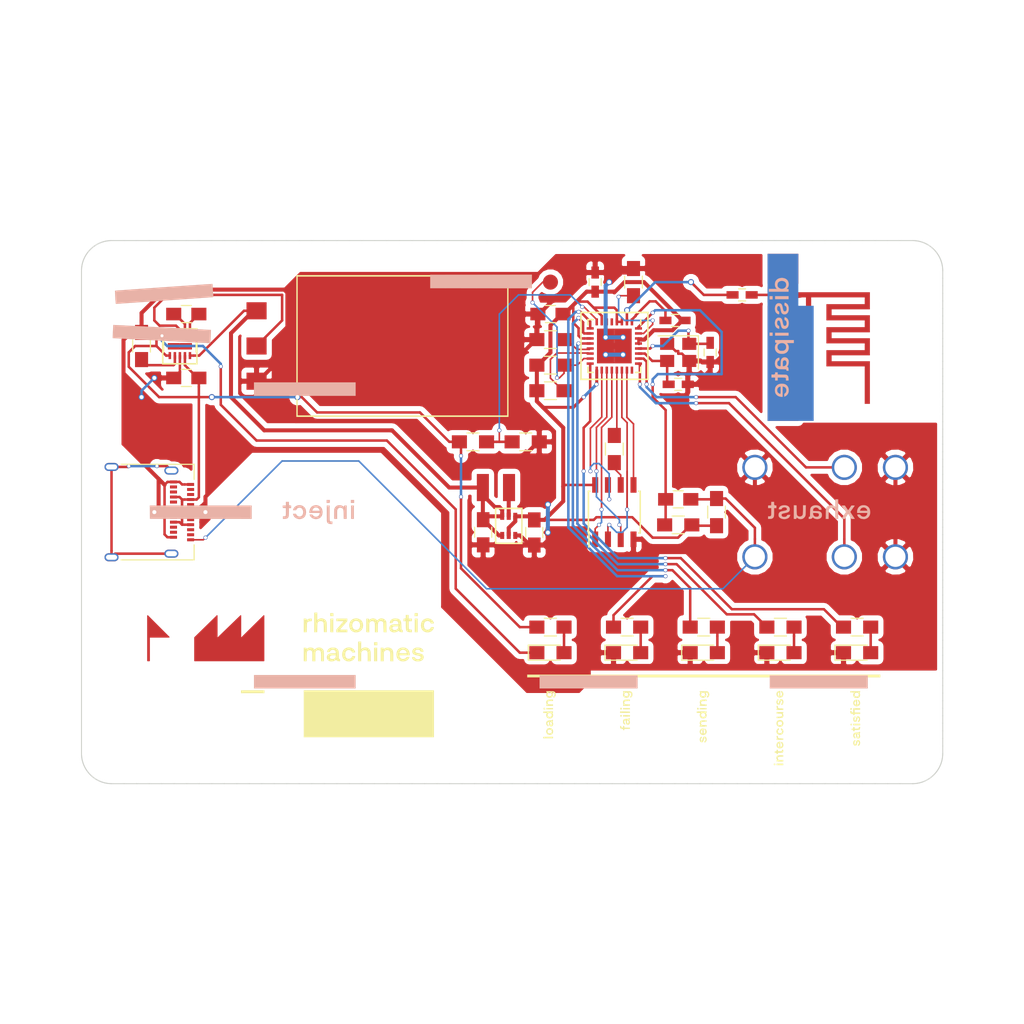
<source format=kicad_pcb>
(kicad_pcb (version 4) (host pcbnew 4.0.7)
  (layers (0 F.Cu signal) (31 B.Cu signal) (34 B.Paste user) (35 F.Paste user) (36 B.SilkS user) (37 F.SilkS user) (38 B.Mask user) (39 F.Mask user) (44 Edge.Cuts user))
  (net 0 "")
  (net 1 "Net-(AE1-Pad1)")
  (net 2 "Net-(C1-Pad1)")
  (net 3 "Net-(C1-Pad2)")
  (net 4 GND)
  (net 5 "Net-(C3-Pad1)")
  (net 6 "Net-(C3-Pad2)")
  (net 7 VDD)
  (net 8 VBUS)
  (net 9 "Net-(C6-Pad1)")
  (net 10 "Net-(C7-Pad1)")
  (net 11 RST)
  (net 12 "Net-(C9-Pad2)")
  (net 13 "Net-(C10-Pad2)")
  (net 14 CHARGE_LED)
  (net 15 "Net-(D1-Pad2)")
  (net 16 "Net-(D2-Pad2)")
  (net 17 "Net-(D3-Pad2)")
  (net 18 "Net-(D4-Pad2)")
  (net 19 "Net-(D5-Pad2)")
  (net 20 "Net-(J1-PadS1)")
  (net 21 "Net-(J1-PadA2)")
  (net 22 "Net-(J1-PadA3)")
  (net 23 "Net-(J1-PadA5)")
  (net 24 "Net-(J1-PadA6)")
  (net 25 "Net-(J1-PadA7)")
  (net 26 "Net-(J1-PadA10)")
  (net 27 "Net-(J1-PadA8)")
  (net 28 "Net-(J1-PadA11)")
  (net 29 "Net-(J1-PadB2)")
  (net 30 "Net-(J1-PadB3)")
  (net 31 "Net-(J1-PadB5)")
  (net 32 "Net-(J1-PadB6)")
  (net 33 "Net-(J1-PadB7)")
  (net 34 "Net-(J1-PadB8)")
  (net 35 "Net-(J1-PadB10)")
  (net 36 "Net-(J1-PadB11)")
  (net 37 "Net-(J3-Pad1)")
  (net 38 "Net-(J4-Pad1)")
  (net 39 MODE)
  (net 40 "Net-(L1-Pad2)")
  (net 41 "Net-(R1-Pad1)")
  (net 42 USB_PWR)
  (net 43 "Net-(R6-Pad2)")
  (net 44 "Net-(R7-Pad1)")
  (net 45 "Net-(R7-Pad2)")
  (net 46 "Net-(R9-Pad1)")
  (net 47 "Net-(R10-Pad1)")
  (net 48 "Net-(R11-Pad1)")
  (net 49 "Net-(R12-Pad1)")
  (net 50 "Net-(R14-Pad1)")
  (net 51 "Net-(R15-Pad1)")
  (net 52 "Net-(U3-Pad1)")
  (net 53 "Net-(U3-Pad2)")
  (net 54 "Net-(U3-Pad3)")
  (net 55 "Net-(U3-Pad5)")
  (net 56 "Net-(U3-Pad7)")
  (net 57 "Net-(U4-Pad5)")
  (net 58 "Net-(U4-Pad6)")
  (net 59 "Net-(U4-Pad24)")
  (net 60 USBRST)
  (module Capacitors_SMD:C_0805_HandSoldering (layer F.Cu) (at 120.015 88.265 180)
    (fp_text reference C5 hide)
    (fp_text value 2.2μF hide)
    (pad 1 smd rect (at -1.25 0 180) (size 1.5 1.25) (layers F.Cu F.Paste F.Mask) (net 8 VBUS))
    (pad 2 smd rect (at 1.25 0 180) (size 1.5 1.25) (layers F.Cu F.Paste F.Mask) (net 4 GND))
  )
  (module MyAntennas:AN91445 (layer F.Cu) (at 182.88 84.235 270)
    (fp_text reference AE1 hide)
    (fp_text value Antenna hide)
    (fp_poly (pts (xy -5.334 5.08) (xy -8.297333 5.08) (xy -8.297333 2.032) (xy -5.334 2.032) (xy -5.334 5.08)) (layer F.Cu) (width 0.01))
    (fp_poly (pts (xy -2.794 -1.27) (xy -2.201333 -1.27) (xy -2.201333 -5.08) (xy -0.508 -5.08) (xy -0.508 -1.27) (xy 0.084667 -1.27) (xy 0.084667 -5.08) (xy 1.778 -5.08) (xy 1.778 -1.27) (xy 2.370667 -1.27) (xy 2.370667 -5.08) (xy 6.604 -5.08) (xy 6.604 -4.572) (xy 2.878667 -4.572) (xy 2.878667 -0.762) (xy 1.27 -0.762) (xy 1.27 -4.572) (xy 0.592667 -4.572) (xy 0.592667 -0.762) (xy -1.016 -0.762) (xy -1.016 -4.572) (xy -1.693333 -4.572) (xy -1.693333 -0.762) (xy -3.302 -0.762) (xy -3.302 -4.572) (xy -3.979333 -4.572) (xy -3.979333 0.762) (xy 2.963333 0.762) (xy 2.963333 1.27) (xy -3.979333 1.27) (xy -3.979333 1.653414) (xy -3.907973 2.095015) (xy -3.725333 2.539999) (xy -3.616882 2.765026) (xy -3.544645 2.958245) (xy -3.501305 3.163499) (xy -3.479541 3.424628) (xy -3.472037 3.785474) (xy -3.471333 4.061585) (xy -3.471333 5.08) (xy -4.995333 5.08) (xy -4.995333 4.103918) (xy -4.992428 3.672772) (xy -4.978472 3.36516) (xy -4.945608 3.135313) (xy -4.885975 2.937464) (xy -4.791715 2.725844) (xy -4.741333 2.624666) (xy -4.487333 2.121495) (xy -4.487333 -5.08) (xy -2.794 -5.08) (xy -2.794 -1.27)) (layer F.Cu) (width 0.01))
    (fp_poly (pts (xy 8.297333 5.08) (xy -3.132667 5.08) (xy -3.132667 2.032) (xy 8.297333 2.032) (xy 8.297333 5.08)) (layer F.Cu) (width 0.01))
    (fp_poly (pts (xy 8.297333 5.086) (xy -8.297333 5.086) (xy -8.297333 2.038) (xy -3.132667 2.038) (xy -3.132667 0.514) (xy 8.297333 0.514) (xy 8.297333 5.086)) (layer B.Cu) (width 0.01))
    (pad 1 smd circle (at -4.225 4.525 270) (size 1 1) (layers F.Cu F.Paste) (net 1 "Net-(AE1-Pad1)"))
    (pad 2 smd circle (at -6 4.525 270) (size 1 1) (layers F.Cu F.Paste))
  )
  (module Murata_DMF3Z:Murata_DMF3Z (layer F.Cu) (at 127 85.09 90)
    (fp_text reference C1 hide)
    (fp_text value DMF3)
    (pad 1 smd rect (at 3.5 0 90) (size 1.7 2) (layers F.Cu F.Paste F.Mask) (net 2 "Net-(C1-Pad1)"))
    (pad 2 smd rect (at 0 0 90) (size 1.7 2) (layers F.Cu F.Paste F.Mask) (net 3 "Net-(C1-Pad2)"))
    (pad 3 smd rect (at -3.5 0 90) (size 1.7 2) (layers F.Cu F.Paste F.Mask) (net 4 GND))
  )
  (module Capacitors_SMD:C_0805_HandSoldering (layer F.Cu) (at 149.523701 103.603393 270)
    (fp_text reference C2 hide)
    (fp_text value 10μF hide)
    (pad 1 smd rect (at -1.25 0 270) (size 1.5 1.25) (layers F.Cu F.Paste F.Mask) (net 2 "Net-(C1-Pad1)"))
    (pad 2 smd rect (at 1.25 0 270) (size 1.5 1.25) (layers F.Cu F.Paste F.Mask) (net 4 GND))
  )
  (module Capacitors_SMD:C_0805_HandSoldering (layer F.Cu) (at 120.015 81.915 180)
    (fp_text reference C3 hide)
    (fp_text value 1μF)
    (pad 1 smd rect (at -1.25 0 180) (size 1.5 1.25) (layers F.Cu F.Paste F.Mask) (net 5 "Net-(C3-Pad1)"))
    (pad 2 smd rect (at 1.25 0 180) (size 1.5 1.25) (layers F.Cu F.Paste F.Mask) (net 6 "Net-(C3-Pad2)"))
  )
  (module Capacitors_SMD:C_0805_HandSoldering (layer F.Cu) (at 154.603701 103.623393 270)
    (fp_text reference C4 hide)
    (fp_text value 10μF hide)
    (pad 1 smd rect (at -1.25 0 270) (size 1.5 1.25) (layers F.Cu F.Paste F.Mask) (net 7 VDD))
    (pad 2 smd rect (at 1.25 0 270) (size 1.5 1.25) (layers F.Cu F.Paste F.Mask) (net 4 GND))
  )
  (module Capacitors_SMD:C_0603_HandSoldering (layer F.Cu) (at 172.085 85.725 270)
    (fp_text reference C6 hide)
    (fp_text value 10pF)
    (pad 1 smd rect (at -0.95 0 270) (size 1.2 0.75) (layers F.Cu F.Paste F.Mask) (net 9 "Net-(C6-Pad1)"))
    (pad 2 smd rect (at 0.95 0 270) (size 1.2 0.75) (layers F.Cu F.Paste F.Mask) (net 4 GND))
  )
  (module Capacitors_SMD:C_0603_HandSoldering (layer F.Cu) (at 168.91 88.9)
    (fp_text reference C7 hide)
    (fp_text value 10pF)
    (pad 1 smd rect (at -0.95 0) (size 1.2 0.75) (layers F.Cu F.Paste F.Mask) (net 10 "Net-(C7-Pad1)"))
    (pad 2 smd rect (at 0.95 0) (size 1.2 0.75) (layers F.Cu F.Paste F.Mask) (net 4 GND))
  )
  (module Capacitors_SMD:C_0805_HandSoldering (layer F.Cu) (at 168.91 100.33)
    (fp_text reference C8 hide)
    (fp_text value 10μF)
    (pad 1 smd rect (at -1.25 0) (size 1.5 1.25) (layers F.Cu F.Paste F.Mask) (net 11 RST))
    (pad 2 smd rect (at 1.25 0) (size 1.5 1.25) (layers F.Cu F.Paste F.Mask) (net 60 USBRST))
  )
  (module Capacitors_SMD:C_0603_HandSoldering (layer F.Cu) (at 168.59 82.55 180)
    (fp_text reference C9 hide)
    (fp_text value 1μF)
    (pad 1 smd rect (at -0.95 0 180) (size 1.2 0.75) (layers F.Cu F.Paste F.Mask) (net 7 VDD))
    (pad 2 smd rect (at 0.95 0 180) (size 1.2 0.75) (layers F.Cu F.Paste F.Mask) (net 12 "Net-(C9-Pad2)"))
  )
  (module Capacitors_SMD:C_0603_HandSoldering (layer F.Cu) (at 175.26 80.01 180)
    (fp_text reference C10 hide)
    (fp_text value 5.6pF)
    (pad 1 smd rect (at -0.95 0 180) (size 1.2 0.75) (layers F.Cu F.Paste F.Mask) (net 1 "Net-(AE1-Pad1)"))
    (pad 2 smd rect (at 0.95 0 180) (size 1.2 0.75) (layers F.Cu F.Paste F.Mask) (net 13 "Net-(C10-Pad2)"))
  )
  (module Capacitors_SMD:C_0805_HandSoldering (layer F.Cu) (at 156.21 81.915 180)
    (fp_text reference C11 hide)
    (fp_text value 10μF hide)
    (pad 1 smd rect (at -1.25 0 180) (size 1.5 1.25) (layers F.Cu F.Paste F.Mask) (net 7 VDD))
    (pad 2 smd rect (at 1.25 0 180) (size 1.5 1.25) (layers F.Cu F.Paste F.Mask) (net 4 GND))
  )
  (module Capacitors_SMD:C_0603_HandSoldering (layer F.Cu) (at 160.655 78.74 90)
    (fp_text reference C12 hide)
    (fp_text value 0.1μF)
    (pad 1 smd rect (at -0.95 0 90) (size 1.2 0.75) (layers F.Cu F.Paste F.Mask) (net 7 VDD))
    (pad 2 smd rect (at 0.95 0 90) (size 1.2 0.75) (layers F.Cu F.Paste F.Mask) (net 4 GND))
  )
  (module LEDs:LED_0805_HandSoldering (layer F.Cu) (at 156.21 115.57)
    (fp_text reference D1 hide)
    (fp_text value LED)
    (pad 1 smd rect (at -1.35 0) (size 1.5 1.3) (layers F.Cu F.Paste F.Mask) (net 14 CHARGE_LED))
    (pad 2 smd rect (at 1.35 0) (size 1.5 1.3) (layers F.Cu F.Paste F.Mask) (net 15 "Net-(D1-Pad2)"))
  )
  (module LEDs:LED_0805_HandSoldering (layer F.Cu) (at 163.83 115.57)
    (fp_text reference D2 hide)
    (fp_text value LED hide)
    (pad 1 smd rect (at -1.35 0) (size 1.5 1.3) (layers F.Cu F.Paste F.Mask) (net 4 GND))
    (pad 2 smd rect (at 1.35 0) (size 1.5 1.3) (layers F.Cu F.Paste F.Mask) (net 16 "Net-(D2-Pad2)"))
  )
  (module LEDs:LED_0805_HandSoldering (layer F.Cu) (at 171.45 115.57)
    (fp_text reference D3 hide)
    (fp_text value LED hide)
    (pad 1 smd rect (at -1.35 0) (size 1.5 1.3) (layers F.Cu F.Paste F.Mask) (net 4 GND))
    (pad 2 smd rect (at 1.35 0) (size 1.5 1.3) (layers F.Cu F.Paste F.Mask) (net 17 "Net-(D3-Pad2)"))
  )
  (module LEDs:LED_0805_HandSoldering (layer F.Cu) (at 179.07 115.57)
    (fp_text reference D4 hide)
    (fp_text value LED hide)
    (pad 1 smd rect (at -1.35 0) (size 1.5 1.3) (layers F.Cu F.Paste F.Mask) (net 4 GND))
    (pad 2 smd rect (at 1.35 0) (size 1.5 1.3) (layers F.Cu F.Paste F.Mask) (net 18 "Net-(D4-Pad2)"))
  )
  (module LEDs:LED_0805_HandSoldering (layer F.Cu) (at 186.69 115.57)
    (fp_text reference D5 hide)
    (fp_text value LED hide)
    (pad 1 smd rect (at -1.35 0) (size 1.5 1.3) (layers F.Cu F.Paste F.Mask) (net 4 GND))
    (pad 2 smd rect (at 1.35 0) (size 1.5 1.3) (layers F.Cu F.Paste F.Mask) (net 19 "Net-(D5-Pad2)"))
  )
  (module Connectors_USB:USB_C_Receptacle_Amphenol_12401610E4-2A (layer F.Cu) (at 115.425 101.6 270)
    (fp_text reference J1 hide)
    (fp_text value USB_C_Receptacle)
    (pad S1 thru_hole oval (at -4.13 -3.11 270) (size 0.8 1.4) (drill oval 0.5 1.1) (layers *.Cu *.Mask) (net 20 "Net-(J1-PadS1)"))
    (pad A1 smd rect (at -2.75 -5.02 270) (size 0.3 0.7) (layers F.Cu F.Paste F.Mask) (net 4 GND))
    (pad A2 smd rect (at -2.25 -5.02 270) (size 0.3 0.7) (layers F.Cu F.Paste F.Mask) (net 21 "Net-(J1-PadA2)"))
    (pad A3 smd rect (at -1.75 -5.02 270) (size 0.3 0.7) (layers F.Cu F.Paste F.Mask) (net 22 "Net-(J1-PadA3)"))
    (pad A4 smd rect (at -1.25 -5.02 270) (size 0.3 0.7) (layers F.Cu F.Paste F.Mask) (net 8 VBUS))
    (pad A5 smd rect (at -0.75 -5.02 270) (size 0.3 0.7) (layers F.Cu F.Paste F.Mask) (net 23 "Net-(J1-PadA5)"))
    (pad A6 smd rect (at -0.25 -5.02 270) (size 0.3 0.7) (layers F.Cu F.Paste F.Mask) (net 24 "Net-(J1-PadA6)"))
    (pad A7 smd rect (at 0.25 -5.02 270) (size 0.3 0.7) (layers F.Cu F.Paste F.Mask) (net 25 "Net-(J1-PadA7)"))
    (pad A12 smd rect (at 2.75 -5.02 270) (size 0.3 0.7) (layers F.Cu F.Paste F.Mask) (net 60 USBRST))
    (pad A10 smd rect (at 1.75 -5.02 270) (size 0.3 0.7) (layers F.Cu F.Paste F.Mask) (net 26 "Net-(J1-PadA10)"))
    (pad A9 smd rect (at 1.25 -5.02 270) (size 0.3 0.7) (layers F.Cu F.Paste F.Mask) (net 8 VBUS))
    (pad A8 smd rect (at 0.75 -5.02 270) (size 0.3 0.7) (layers F.Cu F.Paste F.Mask) (net 27 "Net-(J1-PadA8)"))
    (pad A11 smd rect (at 2.25 -5.02 270) (size 0.3 0.7) (layers F.Cu F.Paste F.Mask) (net 28 "Net-(J1-PadA11)"))
    (pad B1 smd rect (at 2.5 -3.32 270) (size 0.3 0.7) (layers F.Cu F.Paste F.Mask) (net 4 GND))
    (pad S1 thru_hole oval (at 4.13 -3.11 270) (size 0.8 1.4) (drill oval 0.5 1.1) (layers *.Cu *.Mask) (net 20 "Net-(J1-PadS1)"))
    (pad S1 thru_hole oval (at 4.49 2.84 270) (size 0.8 1.4) (drill oval 0.5 1.1) (layers *.Cu *.Mask) (net 20 "Net-(J1-PadS1)"))
    (pad S1 thru_hole oval (at -4.49 2.84 270) (size 0.8 1.4) (drill oval 0.5 1.1) (layers *.Cu *.Mask) (net 20 "Net-(J1-PadS1)"))
    (pad "" np_thru_hole oval (at 3.6 -4.36 270) (size 0.95 0.65) (drill oval 0.95 0.65) (layers *.Cu *.Mask))
    (pad "" np_thru_hole circle (at -3.6 -4.36 270) (size 0.65 0.65) (drill 0.65) (layers *.Cu *.Mask))
    (pad B2 smd rect (at 2 -3.32 270) (size 0.3 0.7) (layers F.Cu F.Paste F.Mask) (net 29 "Net-(J1-PadB2)"))
    (pad B3 smd rect (at 1.5 -3.32 270) (size 0.3 0.7) (layers F.Cu F.Paste F.Mask) (net 30 "Net-(J1-PadB3)"))
    (pad B4 smd rect (at 1 -3.32 270) (size 0.3 0.7) (layers F.Cu F.Paste F.Mask) (net 8 VBUS))
    (pad B5 smd rect (at 0.5 -3.32 270) (size 0.3 0.7) (layers F.Cu F.Paste F.Mask) (net 31 "Net-(J1-PadB5)"))
    (pad B6 smd rect (at 0 -3.32 270) (size 0.3 0.7) (layers F.Cu F.Paste F.Mask) (net 32 "Net-(J1-PadB6)"))
    (pad B7 smd rect (at -0.5 -3.32 270) (size 0.3 0.7) (layers F.Cu F.Paste F.Mask) (net 33 "Net-(J1-PadB7)"))
    (pad B8 smd rect (at -1 -3.32 270) (size 0.3 0.7) (layers F.Cu F.Paste F.Mask) (net 34 "Net-(J1-PadB8)"))
    (pad B9 smd rect (at -1.5 -3.32 270) (size 0.3 0.7) (layers F.Cu F.Paste F.Mask) (net 8 VBUS))
    (pad B10 smd rect (at -2 -3.32 270) (size 0.3 0.7) (layers F.Cu F.Paste F.Mask) (net 35 "Net-(J1-PadB10)"))
    (pad B11 smd rect (at -2.5 -3.32 270) (size 0.3 0.7) (layers F.Cu F.Paste F.Mask) (net 36 "Net-(J1-PadB11)"))
    (pad B12 smd rect (at -3 -3.32 270) (size 0.3 0.7) (layers F.Cu F.Paste F.Mask) (net 4 GND))
  )
  (module C_Connectors:C_Connector_2mm (layer F.Cu) (at 176.53 106.045)
    (fp_text reference J2 hide)
    (fp_text value TP_RST hide)
    (pad 1 thru_hole circle (at 0 0) (size 2.5 2.5) (drill 2) (layers *.Cu *.Mask) (net 60 USBRST))
  )
  (module C_Connectors:C_Connector_2mm (layer F.Cu) (at 185.42 97.155)
    (fp_text reference J3 hide)
    (fp_text value TP_TX)
    (pad 1 thru_hole circle (at 0 0) (size 2.5 2.5) (drill 2) (layers *.Cu *.Mask) (net 37 "Net-(J3-Pad1)"))
  )
  (module C_Connectors:C_Connector_2mm (layer F.Cu) (at 185.42 106.045)
    (fp_text reference J4 hide)
    (fp_text value TP_RX hide)
    (pad 1 thru_hole circle (at 0 0) (size 2.5 2.5) (drill 2) (layers *.Cu *.Mask) (net 38 "Net-(J4-Pad1)"))
  )
  (module C_Connectors:C_Connector_2mm (layer F.Cu) (at 190.5 106.045)
    (fp_text reference J6 hide)
    (fp_text value TP_GND1 hide)
    (pad 1 thru_hole circle (at 0 0) (size 2.5 2.5) (drill 2) (layers *.Cu *.Mask) (net 4 GND))
  )
  (module C_Connectors:C_Connector_2mm (layer F.Cu) (at 190.5 97.155)
    (fp_text reference J7 hide)
    (fp_text value TP_GND2)
    (pad 1 thru_hole circle (at 0 0) (size 2.5 2.5) (drill 2) (layers *.Cu *.Mask) (net 4 GND))
  )
  (module C_Connectors:LQH3NPN4R7MJRL (layer F.Cu) (at 150.793701 99.158393)
    (fp_text reference L1 hide)
    (fp_text value 4.7μH)
    (pad 2 smd rect (at 1.3 0) (size 1.2 2.7) (layers F.Cu F.Paste F.Mask) (net 40 "Net-(L1-Pad2)"))
    (pad 1 smd rect (at -1.3 0) (size 1.2 2.7) (layers F.Cu F.Paste F.Mask) (net 2 "Net-(C1-Pad1)"))
  )
  (module Resistors_SMD:R_0805_HandSoldering (layer F.Cu) (at 115.57 85.09 90)
    (fp_text reference R1 hide)
    (fp_text value 12K)
    (pad 1 smd rect (at -1.35 0 90) (size 1.5 1.3) (layers F.Cu F.Paste F.Mask) (net 41 "Net-(R1-Pad1)"))
    (pad 2 smd rect (at 1.35 0 90) (size 1.5 1.3) (layers F.Cu F.Paste F.Mask) (net 4 GND))
  )
  (module Resistors_SMD:R_0805_HandSoldering (layer F.Cu) (at 148.51 94.615 180)
    (fp_text reference R2 hide)
    (fp_text value 17K)
    (pad 1 smd rect (at -1.35 0 180) (size 1.5 1.3) (layers F.Cu F.Paste F.Mask) (net 42 USB_PWR))
    (pad 2 smd rect (at 1.35 0 180) (size 1.5 1.3) (layers F.Cu F.Paste F.Mask) (net 8 VBUS))
  )
  (module Resistors_SMD:R_0805_HandSoldering (layer F.Cu) (at 153.75 94.615)
    (fp_text reference R3 hide)
    (fp_text value 33K)
    (pad 1 smd rect (at -1.35 0) (size 1.5 1.3) (layers F.Cu F.Paste F.Mask) (net 42 USB_PWR))
    (pad 2 smd rect (at 1.35 0) (size 1.5 1.3) (layers F.Cu F.Paste F.Mask) (net 4 GND))
  )
  (module Resistors_SMD:R_0805_HandSoldering (layer F.Cu) (at 168.91 102.87 180)
    (fp_text reference R4 hide)
    (fp_text value 10K)
    (pad 1 smd rect (at -1.35 0 180) (size 1.5 1.3) (layers F.Cu F.Paste F.Mask) (net 7 VDD))
    (pad 2 smd rect (at 1.35 0 180) (size 1.5 1.3) (layers F.Cu F.Paste F.Mask) (net 11 RST))
  )
  (module Resistors_SMD:R_0805_HandSoldering (layer F.Cu) (at 172.72 101.6 90)
    (fp_text reference R5 hide)
    (fp_text value 10K hide)
    (pad 1 smd rect (at -1.35 0 90) (size 1.5 1.3) (layers F.Cu F.Paste F.Mask) (net 7 VDD))
    (pad 2 smd rect (at 1.35 0 90) (size 1.5 1.3) (layers F.Cu F.Paste F.Mask) (net 60 USBRST))
  )
  (module Resistors_SMD:R_0805_HandSoldering (layer F.Cu) (at 164.465 78.74 270)
    (fp_text reference R6 hide)
    (fp_text value 12K)
    (pad 1 smd rect (at -1.35 0 270) (size 1.5 1.3) (layers F.Cu F.Paste F.Mask) (net 4 GND))
    (pad 2 smd rect (at 1.35 0 270) (size 1.5 1.3) (layers F.Cu F.Paste F.Mask) (net 43 "Net-(R6-Pad2)"))
  )
  (module Resistors_SMD:R_0805_HandSoldering (layer F.Cu) (at 162.56 95.33 90)
    (fp_text reference R7 hide)
    (fp_text value 200 hide)
    (pad 1 smd rect (at -1.35 0 90) (size 1.5 1.3) (layers F.Cu F.Paste F.Mask) (net 44 "Net-(R7-Pad1)"))
    (pad 2 smd rect (at 1.35 0 90) (size 1.5 1.3) (layers F.Cu F.Paste F.Mask) (net 45 "Net-(R7-Pad2)"))
  )
  (module Resistors_SMD:R_0805_HandSoldering (layer F.Cu) (at 156.21 113.03)
    (fp_text reference R8 hide)
    (fp_text value ? hide)
    (pad 1 smd rect (at -1.35 0) (size 1.5 1.3) (layers F.Cu F.Paste F.Mask) (net 8 VBUS))
    (pad 2 smd rect (at 1.35 0) (size 1.5 1.3) (layers F.Cu F.Paste F.Mask) (net 15 "Net-(D1-Pad2)"))
  )
  (module Resistors_SMD:R_0805_HandSoldering (layer F.Cu) (at 163.83 113.03)
    (fp_text reference R9 hide)
    (fp_text value ? hide)
    (pad 1 smd rect (at -1.35 0) (size 1.5 1.3) (layers F.Cu F.Paste F.Mask) (net 46 "Net-(R9-Pad1)"))
    (pad 2 smd rect (at 1.35 0) (size 1.5 1.3) (layers F.Cu F.Paste F.Mask) (net 16 "Net-(D2-Pad2)"))
  )
  (module Resistors_SMD:R_0805_HandSoldering (layer F.Cu) (at 171.45 113.03)
    (fp_text reference R10 hide)
    (fp_text value ? hide)
    (pad 1 smd rect (at -1.35 0) (size 1.5 1.3) (layers F.Cu F.Paste F.Mask) (net 47 "Net-(R10-Pad1)"))
    (pad 2 smd rect (at 1.35 0) (size 1.5 1.3) (layers F.Cu F.Paste F.Mask) (net 17 "Net-(D3-Pad2)"))
  )
  (module Resistors_SMD:R_0805_HandSoldering (layer F.Cu) (at 179.07 113.03)
    (fp_text reference R11 hide)
    (fp_text value ? hide)
    (pad 1 smd rect (at -1.35 0) (size 1.5 1.3) (layers F.Cu F.Paste F.Mask) (net 48 "Net-(R11-Pad1)"))
    (pad 2 smd rect (at 1.35 0) (size 1.5 1.3) (layers F.Cu F.Paste F.Mask) (net 18 "Net-(D4-Pad2)"))
  )
  (module Resistors_SMD:R_0805_HandSoldering (layer F.Cu) (at 186.69 113.03)
    (fp_text reference R12 hide)
    (fp_text value ? hide)
    (pad 1 smd rect (at -1.35 0) (size 1.5 1.3) (layers F.Cu F.Paste F.Mask) (net 49 "Net-(R12-Pad1)"))
    (pad 2 smd rect (at 1.35 0) (size 1.5 1.3) (layers F.Cu F.Paste F.Mask) (net 19 "Net-(D5-Pad2)"))
  )
  (module Resistors_SMD:R_0805_HandSoldering (layer F.Cu) (at 156.21 86.995 180)
    (fp_text reference R13 hide)
    (fp_text value 1000 hide)
    (pad 1 smd rect (at -1.35 0 180) (size 1.5 1.3) (layers F.Cu F.Paste F.Mask) (net 39 MODE))
    (pad 2 smd rect (at 1.35 0 180) (size 1.5 1.3) (layers F.Cu F.Paste F.Mask) (net 7 VDD))
  )
  (module Resistors_SMD:R_0805_HandSoldering (layer F.Cu) (at 156.21 89.535 180)
    (fp_text reference R14 hide)
    (fp_text value 1000 hide)
    (pad 1 smd rect (at -1.35 0 180) (size 1.5 1.3) (layers F.Cu F.Paste F.Mask) (net 50 "Net-(R14-Pad1)"))
    (pad 2 smd rect (at 1.35 0 180) (size 1.5 1.3) (layers F.Cu F.Paste F.Mask) (net 7 VDD))
  )
  (module Resistors_SMD:R_0805_HandSoldering (layer F.Cu) (at 156.21 84.455 180)
    (fp_text reference R15 hide)
    (fp_text value 1000 hide)
    (pad 1 smd rect (at -1.35 0 180) (size 1.5 1.3) (layers F.Cu F.Paste F.Mask) (net 51 "Net-(R15-Pad1)"))
    (pad 2 smd rect (at 1.35 0 180) (size 1.5 1.3) (layers F.Cu F.Paste F.Mask) (net 4 GND))
  )
  (module Housings_DFN_QFN:DFN-10-1EP_2x3mm_Pitch0.5mm (layer F.Cu) (at 119.38 85.117881 270)
    (fp_text reference U1 hide)
    (fp_text value LTC3225)
    (pad 1 smd rect (at -0.925 -1 270) (size 0.7 0.25) (layers F.Cu F.Paste F.Mask) (net 5 "Net-(C3-Pad1)"))
    (pad 2 smd rect (at -0.925 -0.5 270) (size 0.7 0.25) (layers F.Cu F.Paste F.Mask) (net 6 "Net-(C3-Pad2)"))
    (pad 3 smd rect (at -0.925 0 270) (size 0.7 0.25) (layers F.Cu F.Paste F.Mask) (net 3 "Net-(C1-Pad2)"))
    (pad 4 smd rect (at -0.925 0.5 270) (size 0.7 0.25) (layers F.Cu F.Paste F.Mask) (net 8 VBUS))
    (pad 5 smd rect (at -0.925 1 270) (size 0.7 0.25) (layers F.Cu F.Paste F.Mask) (net 14 CHARGE_LED))
    (pad 6 smd rect (at 0.925 1 270) (size 0.7 0.25) (layers F.Cu F.Paste F.Mask) (net 8 VBUS))
    (pad 7 smd rect (at 0.925 0.5 270) (size 0.7 0.25) (layers F.Cu F.Paste F.Mask) (net 41 "Net-(R1-Pad1)"))
    (pad 8 smd rect (at 0.925 0 270) (size 0.7 0.25) (layers F.Cu F.Paste F.Mask) (net 4 GND))
    (pad 9 smd rect (at 0.925 -0.5 270) (size 0.7 0.25) (layers F.Cu F.Paste F.Mask) (net 8 VBUS))
    (pad 10 smd rect (at 0.925 -1 270) (size 0.7 0.25) (layers F.Cu F.Paste F.Mask) (net 2 "Net-(C1-Pad1)"))
    (pad 11 smd rect (at 0 0.6 270) (size 0.64 1.2) (layers F.Cu F.Paste F.Mask))
    (pad 11 smd rect (at 0 -0.6 270) (size 0.64 1.2) (layers F.Cu F.Paste F.Mask))
  )
  (module Housings_SOIC:SOIC-8_3.9x4.9mm_Pitch1.27mm (layer F.Cu) (at 162.56 101.6 90)
    (fp_text reference U3 hide)
    (fp_text value W25Q32FVSSIG hide)
    (pad 1 smd rect (at -2.7 -1.905 90) (size 1.55 0.6) (layers F.Cu F.Paste F.Mask) (net 52 "Net-(U3-Pad1)"))
    (pad 2 smd rect (at -2.7 -0.635 90) (size 1.55 0.6) (layers F.Cu F.Paste F.Mask) (net 53 "Net-(U3-Pad2)"))
    (pad 3 smd rect (at -2.7 0.635 90) (size 1.55 0.6) (layers F.Cu F.Paste F.Mask) (net 54 "Net-(U3-Pad3)"))
    (pad 4 smd rect (at -2.7 1.905 90) (size 1.55 0.6) (layers F.Cu F.Paste F.Mask) (net 4 GND))
    (pad 5 smd rect (at 2.7 1.905 90) (size 1.55 0.6) (layers F.Cu F.Paste F.Mask) (net 55 "Net-(U3-Pad5)"))
    (pad 6 smd rect (at 2.7 0.635 90) (size 1.55 0.6) (layers F.Cu F.Paste F.Mask) (net 44 "Net-(R7-Pad1)"))
    (pad 7 smd rect (at 2.7 -0.635 90) (size 1.55 0.6) (layers F.Cu F.Paste F.Mask) (net 56 "Net-(U3-Pad7)"))
    (pad 8 smd rect (at 2.7 -1.905 90) (size 1.55 0.6) (layers F.Cu F.Paste F.Mask) (net 7 VDD))
  )
  (module Housings_DFN_QFN:QFN-32-1EP_5x5mm_Pitch0.5mm (layer F.Cu) (at 162.56 85.09 270)
    (fp_text reference U4 hide)
    (fp_text value ESP8266EX hide)
    (pad 1 smd rect (at -2.4 -1.75 270) (size 0.7 0.25) (layers F.Cu F.Paste F.Mask) (net 12 "Net-(C9-Pad2)"))
    (pad 2 smd rect (at -2.4 -1.25 270) (size 0.7 0.25) (layers F.Cu F.Paste F.Mask) (net 13 "Net-(C10-Pad2)"))
    (pad 3 smd rect (at -2.4 -0.75 270) (size 0.7 0.25) (layers F.Cu F.Paste F.Mask) (net 7 VDD))
    (pad 4 smd rect (at -2.4 -0.25 270) (size 0.7 0.25) (layers F.Cu F.Paste F.Mask) (net 7 VDD))
    (pad 5 smd rect (at -2.4 0.25 270) (size 0.7 0.25) (layers F.Cu F.Paste F.Mask) (net 57 "Net-(U4-Pad5)"))
    (pad 6 smd rect (at -2.4 0.75 270) (size 0.7 0.25) (layers F.Cu F.Paste F.Mask) (net 58 "Net-(U4-Pad6)"))
    (pad 7 smd rect (at -2.4 1.25 270) (size 0.7 0.25) (layers F.Cu F.Paste F.Mask) (net 7 VDD))
    (pad 8 smd rect (at -2.4 1.75 270) (size 0.7 0.25) (layers F.Cu F.Paste F.Mask) (net 42 USB_PWR))
    (pad 9 smd rect (at -1.75 2.4) (size 0.7 0.25) (layers F.Cu F.Paste F.Mask) (net 46 "Net-(R9-Pad1)"))
    (pad 10 smd rect (at -1.25 2.4) (size 0.7 0.25) (layers F.Cu F.Paste F.Mask) (net 47 "Net-(R10-Pad1)"))
    (pad 11 smd rect (at -0.75 2.4) (size 0.7 0.25) (layers F.Cu F.Paste F.Mask) (net 7 VDD))
    (pad 12 smd rect (at -0.25 2.4) (size 0.7 0.25) (layers F.Cu F.Paste F.Mask) (net 48 "Net-(R11-Pad1)"))
    (pad 13 smd rect (at 0.25 2.4) (size 0.7 0.25) (layers F.Cu F.Paste F.Mask) (net 51 "Net-(R15-Pad1)"))
    (pad 14 smd rect (at 0.75 2.4) (size 0.7 0.25) (layers F.Cu F.Paste F.Mask) (net 50 "Net-(R14-Pad1)"))
    (pad 15 smd rect (at 1.25 2.4) (size 0.7 0.25) (layers F.Cu F.Paste F.Mask) (net 39 MODE))
    (pad 16 smd rect (at 1.75 2.4) (size 0.7 0.25) (layers F.Cu F.Paste F.Mask) (net 49 "Net-(R12-Pad1)"))
    (pad 17 smd rect (at 2.4 1.75 270) (size 0.7 0.25) (layers F.Cu F.Paste F.Mask) (net 7 VDD))
    (pad 18 smd rect (at 2.4 1.25 270) (size 0.7 0.25) (layers F.Cu F.Paste F.Mask) (net 56 "Net-(U3-Pad7)"))
    (pad 19 smd rect (at 2.4 0.75 270) (size 0.7 0.25) (layers F.Cu F.Paste F.Mask) (net 54 "Net-(U3-Pad3)"))
    (pad 20 smd rect (at 2.4 0.25 270) (size 0.7 0.25) (layers F.Cu F.Paste F.Mask) (net 52 "Net-(U3-Pad1)"))
    (pad 21 smd rect (at 2.4 -0.25 270) (size 0.7 0.25) (layers F.Cu F.Paste F.Mask) (net 45 "Net-(R7-Pad2)"))
    (pad 22 smd rect (at 2.4 -0.75 270) (size 0.7 0.25) (layers F.Cu F.Paste F.Mask) (net 53 "Net-(U3-Pad2)"))
    (pad 23 smd rect (at 2.4 -1.25 270) (size 0.7 0.25) (layers F.Cu F.Paste F.Mask) (net 55 "Net-(U3-Pad5)"))
    (pad 24 smd rect (at 2.4 -1.75 270) (size 0.7 0.25) (layers F.Cu F.Paste F.Mask) (net 59 "Net-(U4-Pad24)"))
    (pad 25 smd rect (at 1.75 -2.4) (size 0.7 0.25) (layers F.Cu F.Paste F.Mask) (net 38 "Net-(J4-Pad1)"))
    (pad 26 smd rect (at 1.25 -2.4) (size 0.7 0.25) (layers F.Cu F.Paste F.Mask) (net 37 "Net-(J3-Pad1)"))
    (pad 27 smd rect (at 0.75 -2.4) (size 0.7 0.25) (layers F.Cu F.Paste F.Mask) (net 10 "Net-(C7-Pad1)"))
    (pad 28 smd rect (at 0.25 -2.4) (size 0.7 0.25) (layers F.Cu F.Paste F.Mask) (net 9 "Net-(C6-Pad1)"))
    (pad 29 smd rect (at -0.25 -2.4) (size 0.7 0.25) (layers F.Cu F.Paste F.Mask) (net 7 VDD))
    (pad 30 smd rect (at -0.75 -2.4) (size 0.7 0.25) (layers F.Cu F.Paste F.Mask) (net 7 VDD))
    (pad 31 smd rect (at -1.25 -2.4) (size 0.7 0.25) (layers F.Cu F.Paste F.Mask) (net 43 "Net-(R6-Pad2)"))
    (pad 32 smd rect (at -1.75 -2.4) (size 0.7 0.25) (layers F.Cu F.Paste F.Mask) (net 11 RST))
    (pad 33 smd rect (at 0.8625 0.8625 270) (size 1.725 1.725) (layers F.Cu F.Paste F.Mask) (net 4 GND))
    (pad 33 smd rect (at 0.8625 -0.8625 270) (size 1.725 1.725) (layers F.Cu F.Paste F.Mask) (net 4 GND))
    (pad 33 smd rect (at -0.8625 0.8625 270) (size 1.725 1.725) (layers F.Cu F.Paste F.Mask) (net 4 GND))
    (pad 33 smd rect (at -0.8625 -0.8625 270) (size 1.725 1.725) (layers F.Cu F.Paste F.Mask) (net 4 GND))
  )
  (module Crystals:Crystal_SMD_Abracon_ABM8G-4pin_3.2x2.5mm (layer F.Cu) (at 168.91 85.725 180)
    (fp_text reference Y1 hide)
    (fp_text value "26 MHz")
    (pad 1 smd rect (at -1.1 0.85 180) (size 1.4 1.2) (layers F.Cu F.Paste F.Mask) (net 9 "Net-(C6-Pad1)"))
    (pad 2 smd rect (at 1.1 0.85 180) (size 1.4 1.2) (layers F.Cu F.Paste F.Mask) (net 4 GND))
    (pad 3 smd rect (at 1.1 -0.85 180) (size 1.4 1.2) (layers F.Cu F.Paste F.Mask) (net 10 "Net-(C7-Pad1)"))
    (pad 4 smd rect (at -1.1 -0.85 180) (size 1.4 1.2) (layers F.Cu F.Paste F.Mask) (net 4 GND))
  )
  (module sc_70-6:sc_70-6 (layer F.Cu) (at 152.063701 102.968393)
    (fp_text reference U2 hide)
    (fp_text value TPS61221DCKR hide)
    (pad 1 smd rect (at -0.65 0.95) (size 0.4 0.7) (layers F.Cu F.Paste F.Mask) (net 2 "Net-(C1-Pad1)"))
    (pad 2 smd rect (at 0 0.95) (size 0.4 0.7) (layers F.Cu F.Paste F.Mask) (net 7 VDD))
    (pad 3 smd rect (at 0.65 0.95) (size 0.4 0.7) (layers F.Cu F.Paste F.Mask) (net 4 GND))
    (pad 4 smd rect (at 0.65 -0.95) (size 0.4 0.7) (layers F.Cu F.Paste F.Mask) (net 7 VDD))
    (pad 6 smd rect (at -0.65 -0.95) (size 0.4 0.7) (layers F.Cu F.Paste F.Mask) (net 2 "Net-(C1-Pad1)"))
    (pad 5 smd rect (at 0 -0.95) (size 0.4 0.7) (layers F.Cu F.Paste F.Mask) (net 40 "Net-(L1-Pad2)"))
  )
  (module C_Connectors:C_Connector_2mm (layer F.Cu) (at 176.53 97.155)
    (fp_text reference J8 hide)
    (fp_text value TP_GND3)
    (pad 1 thru_hole circle (at 0 0) (size 2.5 2.5) (drill 2) (layers *.Cu *.Mask) (net 4 GND))
  )
  (module Measurement_Points:Measurement_Point_Round-SMD-Pad_Small (layer F.Cu) (at 156.21 78.74)
    (fp_text reference J5 hide)
    (fp_text value TP_GPIO0)
    (pad 1 smd circle (at 0 0) (size 1.5 1.5) (layers F.Cu F.Mask) (net 39 MODE))
  )
  (module shapes:layout_03_back (layer B.Cu) (at 152.4 101.6 180)
    (fp_text reference G*** hide)
    (fp_text value LOGO hide)
  )
  (module shapes:layout_03_front (layer F.Cu) (at 152.4 101.6)
    (fp_text reference G*** hide)
    (fp_text value LOGO hide)
  )
  (module shapes:layout_03_eco (layer F.Cu) (at 152.4 101.6)
    (fp_text reference G*** hide)
    (fp_text value LOGO hide)
  )
  (gr_line (start 121.30625 74.61) (end 122.55 74.61) (layer Edge.Cuts) (width 0.1))
  (gr_line (start 111.640465 74.768302) (end 111.710437 74.745461) (layer Edge.Cuts) (width 0.1))
  (gr_line (start 111.502801 74.818955) (end 111.571245 74.792808) (layer Edge.Cuts) (width 0.1))
  (gr_line (start 111.302364 74.907002) (end 111.368336 74.876076) (layer Edge.Cuts) (width 0.1))
  (gr_line (start 117.575 74.61) (end 118.81875 74.61) (layer Edge.Cuts) (width 0.1))
  (gr_line (start 111.435156 74.846719) (end 111.502801 74.818955) (layer Edge.Cuts) (width 0.1))
  (gr_line (start 111.173059 74.973464) (end 111.237263 74.939473) (layer Edge.Cuts) (width 0.1))
  (gr_line (start 111.571245 74.792808) (end 111.640465 74.768302) (layer Edge.Cuts) (width 0.1))
  (gr_line (start 110.333867 75.64951) (end 110.381746 75.595588) (layer Edge.Cuts) (width 0.1))
  (gr_line (start 110.750738 75.251974) (end 110.807997 75.208009) (layer Edge.Cuts) (width 0.1))
  (gr_line (start 109.998953 76.119775) (end 110.035915 76.057435) (layer Edge.Cuts) (width 0.1))
  (gr_line (start 115.0875 74.61) (end 116.33125 74.61) (layer Edge.Cuts) (width 0.1))
  (gr_line (start 109.963464 76.183059) (end 109.998953 76.119775) (layer Edge.Cuts) (width 0.1))
  (gr_line (start 112.6 74.61) (end 113.84375 74.61) (layer Edge.Cuts) (width 0.1))
  (gr_line (start 110.807997 75.208009) (end 110.86632 75.165396) (layer Edge.Cuts) (width 0.1))
  (gr_line (start 110.155396 75.87632) (end 110.198009 75.817997) (layer Edge.Cuts) (width 0.1))
  (gr_line (start 112.294397 74.625564) (end 112.370054 74.618791) (layer Edge.Cuts) (width 0.1))
  (gr_line (start 112.370054 74.618791) (end 112.446223 74.613923) (layer Edge.Cuts) (width 0.1))
  (gr_line (start 112.144713 74.644731) (end 112.219275 74.634219) (layer Edge.Cuts) (width 0.1))
  (gr_line (start 110.48125 75.49125) (end 110.532827 75.440882) (layer Edge.Cuts) (width 0.1))
  (gr_line (start 111.997363 74.67123) (end 112.070734 74.657076) (layer Edge.Cuts) (width 0.1))
  (gr_line (start 110.287268 75.704568) (end 110.333867 75.64951) (layer Edge.Cuts) (width 0.1))
  (gr_line (start 110.074325 75.996063) (end 110.11416 75.935684) (layer Edge.Cuts) (width 0.1))
  (gr_line (start 109.866076 76.378336) (end 109.897002 76.312364) (layer Edge.Cuts) (width 0.1))
  (gr_line (start 111.852541 74.704872) (end 111.924624 74.68717) (layer Edge.Cuts) (width 0.1))
  (gr_line (start 110.11416 75.935684) (end 110.155396 75.87632) (layer Edge.Cuts) (width 0.1))
  (gr_line (start 110.986063 75.084325) (end 111.047435 75.045915) (layer Edge.Cuts) (width 0.1))
  (gr_line (start 110.925684 75.12416) (end 110.986063 75.084325) (layer Edge.Cuts) (width 0.1))
  (gr_line (start 110.241974 75.760738) (end 110.287268 75.704568) (layer Edge.Cuts) (width 0.1))
  (gr_line (start 110.585588 75.391746) (end 110.63951 75.343867) (layer Edge.Cuts) (width 0.1))
  (gr_line (start 110.694568 75.297268) (end 110.750738 75.251974) (layer Edge.Cuts) (width 0.1))
  (gr_line (start 109.929473 76.247263) (end 109.963464 76.183059) (layer Edge.Cuts) (width 0.1))
  (gr_line (start 116.33125 74.61) (end 117.575 74.61) (layer Edge.Cuts) (width 0.1))
  (gr_line (start 110.035915 76.057435) (end 110.074325 75.996063) (layer Edge.Cuts) (width 0.1))
  (gr_line (start 130.0125 74.61) (end 131.25625 74.61) (layer Edge.Cuts) (width 0.1))
  (gr_line (start 112.446223 74.613923) (end 112.52288 74.610985) (layer Edge.Cuts) (width 0.1))
  (gr_line (start 128.76875 74.61) (end 130.0125 74.61) (layer Edge.Cuts) (width 0.1))
  (gr_line (start 127.525 74.61) (end 128.76875 74.61) (layer Edge.Cuts) (width 0.1))
  (gr_line (start 126.28125 74.61) (end 127.525 74.61) (layer Edge.Cuts) (width 0.1))
  (gr_line (start 125.0375 74.61) (end 126.28125 74.61) (layer Edge.Cuts) (width 0.1))
  (gr_line (start 123.79375 74.61) (end 125.0375 74.61) (layer Edge.Cuts) (width 0.1))
  (gr_line (start 122.55 74.61) (end 123.79375 74.61) (layer Edge.Cuts) (width 0.1))
  (gr_line (start 112.070734 74.657076) (end 112.144713 74.644731) (layer Edge.Cuts) (width 0.1))
  (gr_line (start 111.710437 74.745461) (end 111.781137 74.72431) (layer Edge.Cuts) (width 0.1))
  (gr_line (start 110.63951 75.343867) (end 110.694568 75.297268) (layer Edge.Cuts) (width 0.1))
  (gr_line (start 111.368336 74.876076) (end 111.435156 74.846719) (layer Edge.Cuts) (width 0.1))
  (gr_line (start 120.0625 74.61) (end 121.30625 74.61) (layer Edge.Cuts) (width 0.1))
  (gr_line (start 118.81875 74.61) (end 120.0625 74.61) (layer Edge.Cuts) (width 0.1))
  (gr_line (start 113.84375 74.61) (end 115.0875 74.61) (layer Edge.Cuts) (width 0.1))
  (gr_line (start 110.532827 75.440882) (end 110.585588 75.391746) (layer Edge.Cuts) (width 0.1))
  (gr_line (start 109.897002 76.312364) (end 109.929473 76.247263) (layer Edge.Cuts) (width 0.1))
  (gr_line (start 112.52288 74.610985) (end 112.6 74.61) (layer Edge.Cuts) (width 0.1))
  (gr_line (start 111.924624 74.68717) (end 111.997363 74.67123) (layer Edge.Cuts) (width 0.1))
  (gr_line (start 112.219275 74.634219) (end 112.294397 74.625564) (layer Edge.Cuts) (width 0.1))
  (gr_line (start 111.781137 74.72431) (end 111.852541 74.704872) (layer Edge.Cuts) (width 0.1))
  (gr_line (start 110.86632 75.165396) (end 110.925684 75.12416) (layer Edge.Cuts) (width 0.1))
  (gr_line (start 110.198009 75.817997) (end 110.241974 75.760738) (layer Edge.Cuts) (width 0.1))
  (gr_line (start 111.237263 74.939473) (end 111.302364 74.907002) (layer Edge.Cuts) (width 0.1))
  (gr_line (start 111.109775 75.008953) (end 111.173059 74.973464) (layer Edge.Cuts) (width 0.1))
  (gr_line (start 110.430882 75.542827) (end 110.48125 75.49125) (layer Edge.Cuts) (width 0.1))
  (gr_line (start 110.381746 75.595588) (end 110.430882 75.542827) (layer Edge.Cuts) (width 0.1))
  (gr_line (start 109.836719 76.445156) (end 109.866076 76.378336) (layer Edge.Cuts) (width 0.1))
  (gr_line (start 111.047435 75.045915) (end 111.109775 75.008953) (layer Edge.Cuts) (width 0.1))
  (gr_line (start 193.992003 127.991991) (end 193.93368 128.034604) (layer Edge.Cuts) (width 0.1))
  (gr_line (start 194.68584 127.264316) (end 194.644604 127.32368) (layer Edge.Cuts) (width 0.1))
  (gr_line (start 194.31875 127.70875) (end 194.267173 127.759118) (layer Edge.Cuts) (width 0.1))
  (gr_line (start 194.963281 126.754844) (end 194.933924 126.821664) (layer Edge.Cuts) (width 0.1))
  (gr_line (start 194.933924 126.821664) (end 194.902998 126.887636) (layer Edge.Cuts) (width 0.1))
  (gr_line (start 195.152924 126.119266) (end 195.13877 126.192637) (layer Edge.Cuts) (width 0.1))
  (gr_line (start 194.558026 127.439262) (end 194.512732 127.495432) (layer Edge.Cuts) (width 0.1))
  (gr_line (start 195.165269 126.045287) (end 195.152924 126.119266) (layer Edge.Cuts) (width 0.1))
  (gr_line (start 194.764085 127.142565) (end 194.725675 127.203937) (layer Edge.Cuts) (width 0.1))
  (gr_line (start 194.991045 126.687199) (end 194.963281 126.754844) (layer Edge.Cuts) (width 0.1))
  (gr_line (start 195.2 125.59) (end 195.199015 125.66712) (layer Edge.Cuts) (width 0.1))
  (gr_line (start 193.690225 128.191047) (end 193.626941 128.226536) (layer Edge.Cuts) (width 0.1))
  (gr_line (start 194.214412 127.808254) (end 194.16049 127.856133) (layer Edge.Cuts) (width 0.1))
  (gr_line (start 195.196077 125.743777) (end 195.191209 125.819946) (layer Edge.Cuts) (width 0.1))
  (gr_line (start 194.418254 127.604412) (end 194.369118 127.657173) (layer Edge.Cuts) (width 0.1))
  (gr_line (start 194.369118 127.657173) (end 194.31875 127.70875) (layer Edge.Cuts) (width 0.1))
  (gr_line (start 194.049262 127.948026) (end 193.992003 127.991991) (layer Edge.Cuts) (width 0.1))
  (gr_line (start 194.16049 127.856133) (end 194.105432 127.902732) (layer Edge.Cuts) (width 0.1))
  (gr_line (start 195.017192 126.618755) (end 194.991045 126.687199) (layer Edge.Cuts) (width 0.1))
  (gr_line (start 194.836536 127.016941) (end 194.801047 127.080225) (layer Edge.Cuts) (width 0.1))
  (gr_line (start 193.874316 128.07584) (end 193.813937 128.115675) (layer Edge.Cuts) (width 0.1))
  (gr_line (start 193.93368 128.034604) (end 193.874316 128.07584) (layer Edge.Cuts) (width 0.1))
  (gr_line (start 194.105432 127.902732) (end 194.049262 127.948026) (layer Edge.Cuts) (width 0.1))
  (gr_line (start 194.267173 127.759118) (end 194.214412 127.808254) (layer Edge.Cuts) (width 0.1))
  (gr_line (start 194.512732 127.495432) (end 194.466133 127.55049) (layer Edge.Cuts) (width 0.1))
  (gr_line (start 194.801047 127.080225) (end 194.764085 127.142565) (layer Edge.Cuts) (width 0.1))
  (gr_line (start 195.105128 126.337459) (end 195.08569 126.408863) (layer Edge.Cuts) (width 0.1))
  (gr_line (start 195.2 123.340937) (end 195.2 124.090625) (layer Edge.Cuts) (width 0.1))
  (gr_line (start 195.08569 126.408863) (end 195.064539 126.479563) (layer Edge.Cuts) (width 0.1))
  (gr_line (start 195.199015 125.66712) (end 195.196077 125.743777) (layer Edge.Cuts) (width 0.1))
  (gr_line (start 195.12283 126.265376) (end 195.105128 126.337459) (layer Edge.Cuts) (width 0.1))
  (gr_line (start 194.902998 126.887636) (end 194.870527 126.952737) (layer Edge.Cuts) (width 0.1))
  (gr_line (start 195.13877 126.192637) (end 195.12283 126.265376) (layer Edge.Cuts) (width 0.1))
  (gr_line (start 195.2 124.090625) (end 195.2 124.840312) (layer Edge.Cuts) (width 0.1))
  (gr_line (start 192.729266 128.542924) (end 192.655287 128.555269) (layer Edge.Cuts) (width 0.1))
  (gr_line (start 192.802637 128.52877) (end 192.729266 128.542924) (layer Edge.Cuts) (width 0.1))
  (gr_line (start 193.018863 128.47569) (end 192.947459 128.495128) (layer Edge.Cuts) (width 0.1))
  (gr_line (start 195.064539 126.479563) (end 195.041698 126.549535) (layer Edge.Cuts) (width 0.1))
  (gr_line (start 193.813937 128.115675) (end 193.752565 128.154085) (layer Edge.Cuts) (width 0.1))
  (gr_line (start 195.191209 125.819946) (end 195.184436 125.895603) (layer Edge.Cuts) (width 0.1))
  (gr_line (start 195.2 121.841562) (end 195.2 122.59125) (layer Edge.Cuts) (width 0.1))
  (gr_line (start 193.159535 128.431698) (end 193.089563 128.454539) (layer Edge.Cuts) (width 0.1))
  (gr_line (start 194.644604 127.32368) (end 194.601991 127.382003) (layer Edge.Cuts) (width 0.1))
  (gr_line (start 194.466133 127.55049) (end 194.418254 127.604412) (layer Edge.Cuts) (width 0.1))
  (gr_line (start 192.875376 128.51283) (end 192.802637 128.52877) (layer Edge.Cuts) (width 0.1))
  (gr_line (start 192.947459 128.495128) (end 192.875376 128.51283) (layer Edge.Cuts) (width 0.1))
  (gr_line (start 195.2 124.840312) (end 195.2 125.59) (layer Edge.Cuts) (width 0.1))
  (gr_line (start 195.175781 125.970725) (end 195.165269 126.045287) (layer Edge.Cuts) (width 0.1))
  (gr_line (start 195.184436 125.895603) (end 195.175781 125.970725) (layer Edge.Cuts) (width 0.1))
  (gr_line (start 193.089563 128.454539) (end 193.018863 128.47569) (layer Edge.Cuts) (width 0.1))
  (gr_line (start 194.870527 126.952737) (end 194.836536 127.016941) (layer Edge.Cuts) (width 0.1))
  (gr_line (start 193.228755 128.407192) (end 193.159535 128.431698) (layer Edge.Cuts) (width 0.1))
  (gr_line (start 193.297199 128.381045) (end 193.228755 128.407192) (layer Edge.Cuts) (width 0.1))
  (gr_line (start 195.2 121.091875) (end 195.2 121.841562) (layer Edge.Cuts) (width 0.1))
  (gr_line (start 193.364844 128.353281) (end 193.297199 128.381045) (layer Edge.Cuts) (width 0.1))
  (gr_line (start 193.626941 128.226536) (end 193.562737 128.260527) (layer Edge.Cuts) (width 0.1))
  (gr_line (start 193.431664 128.323924) (end 193.364844 128.353281) (layer Edge.Cuts) (width 0.1))
  (gr_line (start 193.497636 128.292998) (end 193.431664 128.323924) (layer Edge.Cuts) (width 0.1))
  (gr_line (start 193.562737 128.260527) (end 193.497636 128.292998) (layer Edge.Cuts) (width 0.1))
  (gr_line (start 193.752565 128.154085) (end 193.690225 128.191047) (layer Edge.Cuts) (width 0.1))
  (gr_line (start 194.601991 127.382003) (end 194.558026 127.439262) (layer Edge.Cuts) (width 0.1))
  (gr_line (start 194.725675 127.203937) (end 194.68584 127.264316) (layer Edge.Cuts) (width 0.1))
  (gr_line (start 195.2 122.59125) (end 195.2 123.340937) (layer Edge.Cuts) (width 0.1))
  (gr_line (start 195.041698 126.549535) (end 195.017192 126.618755) (layer Edge.Cuts) (width 0.1))
  (gr_line (start 195.2 94.103125) (end 195.2 94.852812) (layer Edge.Cuts) (width 0.1))
  (gr_line (start 195.2 79.859062) (end 195.2 80.60875) (layer Edge.Cuts) (width 0.1))
  (gr_line (start 195.2 88.855312) (end 195.2 89.605) (layer Edge.Cuts) (width 0.1))
  (gr_line (start 195.2 114.344687) (end 195.2 115.094375) (layer Edge.Cuts) (width 0.1))
  (gr_line (start 195.2 106.847812) (end 195.2 107.5975) (layer Edge.Cuts) (width 0.1))
  (gr_line (start 195.2 77.61) (end 195.2 78.359687) (layer Edge.Cuts) (width 0.1))
  (gr_line (start 195.2 97.101875) (end 195.2 97.851562) (layer Edge.Cuts) (width 0.1))
  (gr_line (start 195.2 84.357187) (end 195.2 85.106875) (layer Edge.Cuts) (width 0.1))
  (gr_line (start 195.2 112.845312) (end 195.2 113.595) (layer Edge.Cuts) (width 0.1))
  (gr_line (start 195.2 106.098125) (end 195.2 106.847812) (layer Edge.Cuts) (width 0.1))
  (gr_line (start 195.2 87.355937) (end 195.2 88.105625) (layer Edge.Cuts) (width 0.1))
  (gr_line (start 195.2 111.345937) (end 195.2 112.095625) (layer Edge.Cuts) (width 0.1))
  (gr_line (start 195.2 108.347187) (end 195.2 109.096875) (layer Edge.Cuts) (width 0.1))
  (gr_line (start 195.2 103.849062) (end 195.2 104.59875) (layer Edge.Cuts) (width 0.1))
  (gr_line (start 195.184436 77.304397) (end 195.191209 77.380054) (layer Edge.Cuts) (width 0.1))
  (gr_line (start 195.2 115.844062) (end 195.2 116.59375) (layer Edge.Cuts) (width 0.1))
  (gr_line (start 195.2 120.342187) (end 195.2 121.091875) (layer Edge.Cuts) (width 0.1))
  (gr_line (start 195.2 107.5975) (end 195.2 108.347187) (layer Edge.Cuts) (width 0.1))
  (gr_line (start 195.2 100.100625) (end 195.2 100.850312) (layer Edge.Cuts) (width 0.1))
  (gr_line (start 195.2 97.851562) (end 195.2 98.60125) (layer Edge.Cuts) (width 0.1))
  (gr_line (start 195.2 81.358437) (end 195.2 82.108125) (layer Edge.Cuts) (width 0.1))
  (gr_line (start 195.2 82.857812) (end 195.2 83.6075) (layer Edge.Cuts) (width 0.1))
  (gr_line (start 195.2 85.106875) (end 195.2 85.856562) (layer Edge.Cuts) (width 0.1))
  (gr_line (start 195.2 91.104375) (end 195.2 91.854062) (layer Edge.Cuts) (width 0.1))
  (gr_line (start 195.2 78.359687) (end 195.2 79.109375) (layer Edge.Cuts) (width 0.1))
  (gr_line (start 195.2 105.348437) (end 195.2 106.098125) (layer Edge.Cuts) (width 0.1))
  (gr_line (start 195.196077 77.456223) (end 195.199015 77.53288) (layer Edge.Cuts) (width 0.1))
  (gr_line (start 195.175781 77.229275) (end 195.184436 77.304397) (layer Edge.Cuts) (width 0.1))
  (gr_line (start 195.2 119.5925) (end 195.2 120.342187) (layer Edge.Cuts) (width 0.1))
  (gr_line (start 195.2 95.6025) (end 195.2 96.352187) (layer Edge.Cuts) (width 0.1))
  (gr_line (start 195.2 89.605) (end 195.2 90.354687) (layer Edge.Cuts) (width 0.1))
  (gr_line (start 195.2 79.109375) (end 195.2 79.859062) (layer Edge.Cuts) (width 0.1))
  (gr_line (start 195.199015 77.53288) (end 195.2 77.61) (layer Edge.Cuts) (width 0.1))
  (gr_line (start 195.2 82.108125) (end 195.2 82.857812) (layer Edge.Cuts) (width 0.1))
  (gr_line (start 195.2 118.842812) (end 195.2 119.5925) (layer Edge.Cuts) (width 0.1))
  (gr_line (start 195.2 91.854062) (end 195.2 92.60375) (layer Edge.Cuts) (width 0.1))
  (gr_line (start 195.2 93.353437) (end 195.2 94.103125) (layer Edge.Cuts) (width 0.1))
  (gr_line (start 195.2 109.096875) (end 195.2 109.846562) (layer Edge.Cuts) (width 0.1))
  (gr_line (start 195.2 104.59875) (end 195.2 105.348437) (layer Edge.Cuts) (width 0.1))
  (gr_line (start 195.2 103.099375) (end 195.2 103.849062) (layer Edge.Cuts) (width 0.1))
  (gr_line (start 195.2 80.60875) (end 195.2 81.358437) (layer Edge.Cuts) (width 0.1))
  (gr_line (start 195.2 88.105625) (end 195.2 88.855312) (layer Edge.Cuts) (width 0.1))
  (gr_line (start 195.2 83.6075) (end 195.2 84.357187) (layer Edge.Cuts) (width 0.1))
  (gr_line (start 195.191209 77.380054) (end 195.196077 77.456223) (layer Edge.Cuts) (width 0.1))
  (gr_line (start 195.2 118.093125) (end 195.2 118.842812) (layer Edge.Cuts) (width 0.1))
  (gr_line (start 195.2 117.343437) (end 195.2 118.093125) (layer Edge.Cuts) (width 0.1))
  (gr_line (start 195.2 86.60625) (end 195.2 87.355937) (layer Edge.Cuts) (width 0.1))
  (gr_line (start 195.2 116.59375) (end 195.2 117.343437) (layer Edge.Cuts) (width 0.1))
  (gr_line (start 195.2 115.094375) (end 195.2 115.844062) (layer Edge.Cuts) (width 0.1))
  (gr_line (start 195.2 113.595) (end 195.2 114.344687) (layer Edge.Cuts) (width 0.1))
  (gr_line (start 195.2 112.095625) (end 195.2 112.845312) (layer Edge.Cuts) (width 0.1))
  (gr_line (start 195.2 110.59625) (end 195.2 111.345937) (layer Edge.Cuts) (width 0.1))
  (gr_line (start 195.2 109.846562) (end 195.2 110.59625) (layer Edge.Cuts) (width 0.1))
  (gr_line (start 195.2 102.349687) (end 195.2 103.099375) (layer Edge.Cuts) (width 0.1))
  (gr_line (start 195.2 92.60375) (end 195.2 93.353437) (layer Edge.Cuts) (width 0.1))
  (gr_line (start 195.2 101.6) (end 195.2 102.349687) (layer Edge.Cuts) (width 0.1))
  (gr_line (start 195.2 98.60125) (end 195.2 99.350937) (layer Edge.Cuts) (width 0.1))
  (gr_line (start 195.2 96.352187) (end 195.2 97.101875) (layer Edge.Cuts) (width 0.1))
  (gr_line (start 195.165269 77.154713) (end 195.175781 77.229275) (layer Edge.Cuts) (width 0.1))
  (gr_line (start 195.2 94.852812) (end 195.2 95.6025) (layer Edge.Cuts) (width 0.1))
  (gr_line (start 195.2 90.354687) (end 195.2 91.104375) (layer Edge.Cuts) (width 0.1))
  (gr_line (start 195.2 100.850312) (end 195.2 101.6) (layer Edge.Cuts) (width 0.1))
  (gr_line (start 195.2 99.350937) (end 195.2 100.100625) (layer Edge.Cuts) (width 0.1))
  (gr_line (start 195.2 85.856562) (end 195.2 86.60625) (layer Edge.Cuts) (width 0.1))
  (gr_line (start 193.690225 75.008953) (end 193.752565 75.045915) (layer Edge.Cuts) (width 0.1))
  (gr_line (start 192.353777 74.613923) (end 192.429946 74.618791) (layer Edge.Cuts) (width 0.1))
  (gr_line (start 193.228755 74.792808) (end 193.297199 74.818955) (layer Edge.Cuts) (width 0.1))
  (gr_line (start 194.991045 76.512801) (end 195.017192 76.581245) (layer Edge.Cuts) (width 0.1))
  (gr_line (start 194.601991 75.817997) (end 194.644604 75.87632) (layer Edge.Cuts) (width 0.1))
  (gr_line (start 190.95625 74.61) (end 192.2 74.61) (layer Edge.Cuts) (width 0.1))
  (gr_line (start 193.93368 75.165396) (end 193.992003 75.208009) (layer Edge.Cuts) (width 0.1))
  (gr_line (start 192.802637 74.67123) (end 192.875376 74.68717) (layer Edge.Cuts) (width 0.1))
  (gr_line (start 194.963281 76.445156) (end 194.991045 76.512801) (layer Edge.Cuts) (width 0.1))
  (gr_line (start 194.558026 75.760738) (end 194.601991 75.817997) (layer Edge.Cuts) (width 0.1))
  (gr_line (start 193.089563 74.745461) (end 193.159535 74.768302) (layer Edge.Cuts) (width 0.1))
  (gr_line (start 194.801047 76.119775) (end 194.836536 76.183059) (layer Edge.Cuts) (width 0.1))
  (gr_line (start 194.68584 75.935684) (end 194.725675 75.996063) (layer Edge.Cuts) (width 0.1))
  (gr_line (start 194.418254 75.595588) (end 194.466133 75.64951) (layer Edge.Cuts) (width 0.1))
  (gr_line (start 185.98125 74.61) (end 187.225 74.61) (layer Edge.Cuts) (width 0.1))
  (gr_line (start 194.870527 76.247263) (end 194.902998 76.312364) (layer Edge.Cuts) (width 0.1))
  (gr_line (start 194.764085 76.057435) (end 194.801047 76.119775) (layer Edge.Cuts) (width 0.1))
  (gr_line (start 194.644604 75.87632) (end 194.68584 75.935684) (layer Edge.Cuts) (width 0.1))
  (gr_line (start 194.16049 75.343867) (end 194.214412 75.391746) (layer Edge.Cuts) (width 0.1))
  (gr_line (start 193.992003 75.208009) (end 194.049262 75.251974) (layer Edge.Cuts) (width 0.1))
  (gr_line (start 192.505603 74.625564) (end 192.580725 74.634219) (layer Edge.Cuts) (width 0.1))
  (gr_line (start 192.655287 74.644731) (end 192.729266 74.657076) (layer Edge.Cuts) (width 0.1))
  (gr_line (start 192.875376 74.68717) (end 192.947459 74.704872) (layer Edge.Cuts) (width 0.1))
  (gr_line (start 193.431664 74.876076) (end 193.497636 74.907002) (layer Edge.Cuts) (width 0.1))
  (gr_line (start 192.2 74.61) (end 192.27712 74.610985) (layer Edge.Cuts) (width 0.1))
  (gr_line (start 194.512732 75.704568) (end 194.558026 75.760738) (layer Edge.Cuts) (width 0.1))
  (gr_line (start 188.46875 74.61) (end 189.7125 74.61) (layer Edge.Cuts) (width 0.1))
  (gr_line (start 184.7375 74.61) (end 185.98125 74.61) (layer Edge.Cuts) (width 0.1))
  (gr_line (start 195.08569 76.791137) (end 195.105128 76.862541) (layer Edge.Cuts) (width 0.1))
  (gr_line (start 193.813937 75.084325) (end 193.874316 75.12416) (layer Edge.Cuts) (width 0.1))
  (gr_line (start 193.297199 74.818955) (end 193.364844 74.846719) (layer Edge.Cuts) (width 0.1))
  (gr_line (start 192.27712 74.610985) (end 192.353777 74.613923) (layer Edge.Cuts) (width 0.1))
  (gr_line (start 189.7125 74.61) (end 190.95625 74.61) (layer Edge.Cuts) (width 0.1))
  (gr_line (start 192.580725 74.634219) (end 192.655287 74.644731) (layer Edge.Cuts) (width 0.1))
  (gr_line (start 194.933924 76.378336) (end 194.963281 76.445156) (layer Edge.Cuts) (width 0.1))
  (gr_line (start 193.497636 74.907002) (end 193.562737 74.939473) (layer Edge.Cuts) (width 0.1))
  (gr_line (start 193.626941 74.973464) (end 193.690225 75.008953) (layer Edge.Cuts) (width 0.1))
  (gr_line (start 194.725675 75.996063) (end 194.764085 76.057435) (layer Edge.Cuts) (width 0.1))
  (gr_line (start 194.466133 75.64951) (end 194.512732 75.704568) (layer Edge.Cuts) (width 0.1))
  (gr_line (start 194.369118 75.542827) (end 194.418254 75.595588) (layer Edge.Cuts) (width 0.1))
  (gr_line (start 192.429946 74.618791) (end 192.505603 74.625564) (layer Edge.Cuts) (width 0.1))
  (gr_line (start 193.159535 74.768302) (end 193.228755 74.792808) (layer Edge.Cuts) (width 0.1))
  (gr_line (start 192.729266 74.657076) (end 192.802637 74.67123) (layer Edge.Cuts) (width 0.1))
  (gr_line (start 187.225 74.61) (end 188.46875 74.61) (layer Edge.Cuts) (width 0.1))
  (gr_line (start 195.152924 77.080734) (end 195.165269 77.154713) (layer Edge.Cuts) (width 0.1))
  (gr_line (start 195.064539 76.720437) (end 195.08569 76.791137) (layer Edge.Cuts) (width 0.1))
  (gr_line (start 193.018863 74.72431) (end 193.089563 74.745461) (layer Edge.Cuts) (width 0.1))
  (gr_line (start 194.902998 76.312364) (end 194.933924 76.378336) (layer Edge.Cuts) (width 0.1))
  (gr_line (start 195.13877 77.007363) (end 195.152924 77.080734) (layer Edge.Cuts) (width 0.1))
  (gr_line (start 195.12283 76.934624) (end 195.13877 77.007363) (layer Edge.Cuts) (width 0.1))
  (gr_line (start 195.105128 76.862541) (end 195.12283 76.934624) (layer Edge.Cuts) (width 0.1))
  (gr_line (start 195.041698 76.650465) (end 195.064539 76.720437) (layer Edge.Cuts) (width 0.1))
  (gr_line (start 195.017192 76.581245) (end 195.041698 76.650465) (layer Edge.Cuts) (width 0.1))
  (gr_line (start 194.836536 76.183059) (end 194.870527 76.247263) (layer Edge.Cuts) (width 0.1))
  (gr_line (start 193.562737 74.939473) (end 193.626941 74.973464) (layer Edge.Cuts) (width 0.1))
  (gr_line (start 194.267173 75.440882) (end 194.31875 75.49125) (layer Edge.Cuts) (width 0.1))
  (gr_line (start 194.049262 75.251974) (end 194.105432 75.297268) (layer Edge.Cuts) (width 0.1))
  (gr_line (start 193.874316 75.12416) (end 193.93368 75.165396) (layer Edge.Cuts) (width 0.1))
  (gr_line (start 194.31875 75.49125) (end 194.369118 75.542827) (layer Edge.Cuts) (width 0.1))
  (gr_line (start 193.752565 75.045915) (end 193.813937 75.084325) (layer Edge.Cuts) (width 0.1))
  (gr_line (start 193.364844 74.846719) (end 193.431664 74.876076) (layer Edge.Cuts) (width 0.1))
  (gr_line (start 194.214412 75.391746) (end 194.267173 75.440882) (layer Edge.Cuts) (width 0.1))
  (gr_line (start 194.105432 75.297268) (end 194.16049 75.343867) (layer Edge.Cuts) (width 0.1))
  (gr_line (start 192.947459 74.704872) (end 193.018863 74.72431) (layer Edge.Cuts) (width 0.1))
  (gr_line (start 131.25625 74.61) (end 132.5 74.61) (layer Edge.Cuts) (width 0.1))
  (gr_line (start 132.5 74.61) (end 133.74375 74.61) (layer Edge.Cuts) (width 0.1))
  (gr_line (start 157.375 74.61) (end 158.61875 74.61) (layer Edge.Cuts) (width 0.1))
  (gr_line (start 154.8875 74.61) (end 156.13125 74.61) (layer Edge.Cuts) (width 0.1))
  (gr_line (start 144.9375 74.61) (end 146.18125 74.61) (layer Edge.Cuts) (width 0.1))
  (gr_line (start 153.64375 74.61) (end 154.8875 74.61) (layer Edge.Cuts) (width 0.1))
  (gr_line (start 138.71875 74.61) (end 139.9625 74.61) (layer Edge.Cuts) (width 0.1))
  (gr_line (start 149.9125 74.61) (end 151.15625 74.61) (layer Edge.Cuts) (width 0.1))
  (gr_line (start 148.66875 74.61) (end 149.9125 74.61) (layer Edge.Cuts) (width 0.1))
  (gr_line (start 136.23125 74.61) (end 137.475 74.61) (layer Edge.Cuts) (width 0.1))
  (gr_line (start 182.25 74.61) (end 183.49375 74.61) (layer Edge.Cuts) (width 0.1))
  (gr_line (start 178.51875 74.61) (end 179.7625 74.61) (layer Edge.Cuts) (width 0.1))
  (gr_line (start 156.13125 74.61) (end 157.375 74.61) (layer Edge.Cuts) (width 0.1))
  (gr_line (start 173.54375 74.61) (end 174.7875 74.61) (layer Edge.Cuts) (width 0.1))
  (gr_line (start 159.8625 74.61) (end 161.10625 74.61) (layer Edge.Cuts) (width 0.1))
  (gr_line (start 163.59375 74.61) (end 164.8375 74.61) (layer Edge.Cuts) (width 0.1))
  (gr_line (start 161.10625 74.61) (end 162.35 74.61) (layer Edge.Cuts) (width 0.1))
  (gr_line (start 152.4 74.61) (end 153.64375 74.61) (layer Edge.Cuts) (width 0.1))
  (gr_line (start 137.475 74.61) (end 138.71875 74.61) (layer Edge.Cuts) (width 0.1))
  (gr_line (start 133.74375 74.61) (end 134.9875 74.61) (layer Edge.Cuts) (width 0.1))
  (gr_line (start 146.18125 74.61) (end 147.425 74.61) (layer Edge.Cuts) (width 0.1))
  (gr_line (start 183.49375 74.61) (end 184.7375 74.61) (layer Edge.Cuts) (width 0.1))
  (gr_line (start 177.275 74.61) (end 178.51875 74.61) (layer Edge.Cuts) (width 0.1))
  (gr_line (start 169.8125 74.61) (end 171.05625 74.61) (layer Edge.Cuts) (width 0.1))
  (gr_line (start 162.35 74.61) (end 163.59375 74.61) (layer Edge.Cuts) (width 0.1))
  (gr_line (start 181.00625 74.61) (end 182.25 74.61) (layer Edge.Cuts) (width 0.1))
  (gr_line (start 147.425 74.61) (end 148.66875 74.61) (layer Edge.Cuts) (width 0.1))
  (gr_line (start 142.45 74.61) (end 143.69375 74.61) (layer Edge.Cuts) (width 0.1))
  (gr_line (start 176.03125 74.61) (end 177.275 74.61) (layer Edge.Cuts) (width 0.1))
  (gr_line (start 168.56875 74.61) (end 169.8125 74.61) (layer Edge.Cuts) (width 0.1))
  (gr_line (start 174.7875 74.61) (end 176.03125 74.61) (layer Edge.Cuts) (width 0.1))
  (gr_line (start 134.9875 74.61) (end 136.23125 74.61) (layer Edge.Cuts) (width 0.1))
  (gr_line (start 179.7625 74.61) (end 181.00625 74.61) (layer Edge.Cuts) (width 0.1))
  (gr_line (start 172.3 74.61) (end 173.54375 74.61) (layer Edge.Cuts) (width 0.1))
  (gr_line (start 171.05625 74.61) (end 172.3 74.61) (layer Edge.Cuts) (width 0.1))
  (gr_line (start 167.325 74.61) (end 168.56875 74.61) (layer Edge.Cuts) (width 0.1))
  (gr_line (start 166.08125 74.61) (end 167.325 74.61) (layer Edge.Cuts) (width 0.1))
  (gr_line (start 164.8375 74.61) (end 166.08125 74.61) (layer Edge.Cuts) (width 0.1))
  (gr_line (start 158.61875 74.61) (end 159.8625 74.61) (layer Edge.Cuts) (width 0.1))
  (gr_line (start 151.15625 74.61) (end 152.4 74.61) (layer Edge.Cuts) (width 0.1))
  (gr_line (start 143.69375 74.61) (end 144.9375 74.61) (layer Edge.Cuts) (width 0.1))
  (gr_line (start 139.9625 74.61) (end 141.20625 74.61) (layer Edge.Cuts) (width 0.1))
  (gr_line (start 141.20625 74.61) (end 142.45 74.61) (layer Edge.Cuts) (width 0.1))
  (gr_line (start 192.2 128.59) (end 190.95625 128.59) (layer Edge.Cuts) (width 0.1))
  (gr_line (start 173.54375 128.59) (end 172.3 128.59) (layer Edge.Cuts) (width 0.1))
  (gr_line (start 174.7875 128.59) (end 173.54375 128.59) (layer Edge.Cuts) (width 0.1))
  (gr_line (start 177.275 128.59) (end 176.03125 128.59) (layer Edge.Cuts) (width 0.1))
  (gr_line (start 181.00625 128.59) (end 179.7625 128.59) (layer Edge.Cuts) (width 0.1))
  (gr_line (start 183.49375 128.59) (end 182.25 128.59) (layer Edge.Cuts) (width 0.1))
  (gr_line (start 178.51875 128.59) (end 177.275 128.59) (layer Edge.Cuts) (width 0.1))
  (gr_line (start 184.7375 128.59) (end 183.49375 128.59) (layer Edge.Cuts) (width 0.1))
  (gr_line (start 190.95625 128.59) (end 189.7125 128.59) (layer Edge.Cuts) (width 0.1))
  (gr_line (start 176.03125 128.59) (end 174.7875 128.59) (layer Edge.Cuts) (width 0.1))
  (gr_line (start 182.25 128.59) (end 181.00625 128.59) (layer Edge.Cuts) (width 0.1))
  (gr_line (start 179.7625 128.59) (end 178.51875 128.59) (layer Edge.Cuts) (width 0.1))
  (gr_line (start 187.225 128.59) (end 185.98125 128.59) (layer Edge.Cuts) (width 0.1))
  (gr_line (start 188.46875 128.59) (end 187.225 128.59) (layer Edge.Cuts) (width 0.1))
  (gr_line (start 189.7125 128.59) (end 188.46875 128.59) (layer Edge.Cuts) (width 0.1))
  (gr_line (start 185.98125 128.59) (end 184.7375 128.59) (layer Edge.Cuts) (width 0.1))
  (gr_line (start 109.6 91.854062) (end 109.6 91.104375) (layer Edge.Cuts) (width 0.1))
  (gr_line (start 109.735461 76.720437) (end 109.758302 76.650465) (layer Edge.Cuts) (width 0.1))
  (gr_line (start 109.808955 76.512801) (end 109.836719 76.445156) (layer Edge.Cuts) (width 0.1))
  (gr_line (start 109.782808 76.581245) (end 109.808955 76.512801) (layer Edge.Cuts) (width 0.1))
  (gr_line (start 109.603923 77.456223) (end 109.608791 77.380054) (layer Edge.Cuts) (width 0.1))
  (gr_line (start 109.6 79.109375) (end 109.6 78.359687) (layer Edge.Cuts) (width 0.1))
  (gr_line (start 109.6 80.60875) (end 109.6 79.859062) (layer Edge.Cuts) (width 0.1))
  (gr_line (start 109.6 86.60625) (end 109.6 85.856562) (layer Edge.Cuts) (width 0.1))
  (gr_line (start 109.6 82.857812) (end 109.6 82.108125) (layer Edge.Cuts) (width 0.1))
  (gr_line (start 109.6 87.355937) (end 109.6 86.60625) (layer Edge.Cuts) (width 0.1))
  (gr_line (start 109.6 88.855312) (end 109.6 88.105625) (layer Edge.Cuts) (width 0.1))
  (gr_line (start 109.6 103.099375) (end 109.6 102.349687) (layer Edge.Cuts) (width 0.1))
  (gr_line (start 109.6 106.847812) (end 109.6 106.098125) (layer Edge.Cuts) (width 0.1))
  (gr_line (start 109.6 110.59625) (end 109.6 109.846562) (layer Edge.Cuts) (width 0.1))
  (gr_line (start 109.6 112.845312) (end 109.6 112.095625) (layer Edge.Cuts) (width 0.1))
  (gr_line (start 109.758302 76.650465) (end 109.782808 76.581245) (layer Edge.Cuts) (width 0.1))
  (gr_line (start 109.71431 76.791137) (end 109.735461 76.720437) (layer Edge.Cuts) (width 0.1))
  (gr_line (start 109.6 88.105625) (end 109.6 87.355937) (layer Edge.Cuts) (width 0.1))
  (gr_line (start 109.6 97.101875) (end 109.6 96.352187) (layer Edge.Cuts) (width 0.1))
  (gr_line (start 109.6 90.354687) (end 109.6 89.605) (layer Edge.Cuts) (width 0.1))
  (gr_line (start 109.6 94.103125) (end 109.6 93.353437) (layer Edge.Cuts) (width 0.1))
  (gr_line (start 109.694872 76.862541) (end 109.71431 76.791137) (layer Edge.Cuts) (width 0.1))
  (gr_line (start 109.67717 76.934624) (end 109.694872 76.862541) (layer Edge.Cuts) (width 0.1))
  (gr_line (start 109.634731 77.154713) (end 109.647076 77.080734) (layer Edge.Cuts) (width 0.1))
  (gr_line (start 109.624219 77.229275) (end 109.634731 77.154713) (layer Edge.Cuts) (width 0.1))
  (gr_line (start 109.608791 77.380054) (end 109.615564 77.304397) (layer Edge.Cuts) (width 0.1))
  (gr_line (start 109.6 100.850312) (end 109.6 100.100625) (layer Edge.Cuts) (width 0.1))
  (gr_line (start 109.6 77.61) (end 109.600985 77.53288) (layer Edge.Cuts) (width 0.1))
  (gr_line (start 109.6 91.104375) (end 109.6 90.354687) (layer Edge.Cuts) (width 0.1))
  (gr_line (start 109.6 93.353437) (end 109.6 92.60375) (layer Edge.Cuts) (width 0.1))
  (gr_line (start 109.6 97.851562) (end 109.6 97.101875) (layer Edge.Cuts) (width 0.1))
  (gr_line (start 109.6 81.358437) (end 109.6 80.60875) (layer Edge.Cuts) (width 0.1))
  (gr_line (start 109.6 85.106875) (end 109.6 84.357187) (layer Edge.Cuts) (width 0.1))
  (gr_line (start 109.6 94.852812) (end 109.6 94.103125) (layer Edge.Cuts) (width 0.1))
  (gr_line (start 109.6 103.849062) (end 109.6 103.099375) (layer Edge.Cuts) (width 0.1))
  (gr_line (start 109.615564 77.304397) (end 109.624219 77.229275) (layer Edge.Cuts) (width 0.1))
  (gr_line (start 109.6 100.100625) (end 109.6 99.350937) (layer Edge.Cuts) (width 0.1))
  (gr_line (start 109.6 84.357187) (end 109.6 83.6075) (layer Edge.Cuts) (width 0.1))
  (gr_line (start 109.6 85.856562) (end 109.6 85.106875) (layer Edge.Cuts) (width 0.1))
  (gr_line (start 109.6 79.859062) (end 109.6 79.109375) (layer Edge.Cuts) (width 0.1))
  (gr_line (start 109.6 105.348437) (end 109.6 104.59875) (layer Edge.Cuts) (width 0.1))
  (gr_line (start 109.6 98.60125) (end 109.6 97.851562) (layer Edge.Cuts) (width 0.1))
  (gr_line (start 109.6 92.60375) (end 109.6 91.854062) (layer Edge.Cuts) (width 0.1))
  (gr_line (start 109.6 89.605) (end 109.6 88.855312) (layer Edge.Cuts) (width 0.1))
  (gr_line (start 109.647076 77.080734) (end 109.66123 77.007363) (layer Edge.Cuts) (width 0.1))
  (gr_line (start 109.6 96.352187) (end 109.6 95.6025) (layer Edge.Cuts) (width 0.1))
  (gr_line (start 109.600985 77.53288) (end 109.603923 77.456223) (layer Edge.Cuts) (width 0.1))
  (gr_line (start 109.6 109.846562) (end 109.6 109.096875) (layer Edge.Cuts) (width 0.1))
  (gr_line (start 109.6 78.359687) (end 109.6 77.61) (layer Edge.Cuts) (width 0.1))
  (gr_line (start 109.6 95.6025) (end 109.6 94.852812) (layer Edge.Cuts) (width 0.1))
  (gr_line (start 109.6 106.098125) (end 109.6 105.348437) (layer Edge.Cuts) (width 0.1))
  (gr_line (start 109.6 99.350937) (end 109.6 98.60125) (layer Edge.Cuts) (width 0.1))
  (gr_line (start 109.6 101.6) (end 109.6 100.850312) (layer Edge.Cuts) (width 0.1))
  (gr_line (start 109.6 113.595) (end 109.6 112.845312) (layer Edge.Cuts) (width 0.1))
  (gr_line (start 109.6 107.5975) (end 109.6 106.847812) (layer Edge.Cuts) (width 0.1))
  (gr_line (start 109.6 82.108125) (end 109.6 81.358437) (layer Edge.Cuts) (width 0.1))
  (gr_line (start 109.6 83.6075) (end 109.6 82.857812) (layer Edge.Cuts) (width 0.1))
  (gr_line (start 109.6 102.349687) (end 109.6 101.6) (layer Edge.Cuts) (width 0.1))
  (gr_line (start 109.6 111.345937) (end 109.6 110.59625) (layer Edge.Cuts) (width 0.1))
  (gr_line (start 109.6 109.096875) (end 109.6 108.347187) (layer Edge.Cuts) (width 0.1))
  (gr_line (start 109.6 104.59875) (end 109.6 103.849062) (layer Edge.Cuts) (width 0.1))
  (gr_line (start 109.66123 77.007363) (end 109.67717 76.934624) (layer Edge.Cuts) (width 0.1))
  (gr_line (start 109.6 108.347187) (end 109.6 107.5975) (layer Edge.Cuts) (width 0.1))
  (gr_line (start 109.6 112.095625) (end 109.6 111.345937) (layer Edge.Cuts) (width 0.1))
  (gr_line (start 109.6 118.842812) (end 109.6 118.093125) (layer Edge.Cuts) (width 0.1))
  (gr_line (start 109.6 121.091875) (end 109.6 120.342187) (layer Edge.Cuts) (width 0.1))
  (gr_line (start 109.6 121.841562) (end 109.6 121.091875) (layer Edge.Cuts) (width 0.1))
  (gr_line (start 109.67717 126.265376) (end 109.66123 126.192637) (layer Edge.Cuts) (width 0.1))
  (gr_line (start 110.333867 127.55049) (end 110.287268 127.495432) (layer Edge.Cuts) (width 0.1))
  (gr_line (start 109.6 122.59125) (end 109.6 121.841562) (layer Edge.Cuts) (width 0.1))
  (gr_line (start 109.6 123.340937) (end 109.6 122.59125) (layer Edge.Cuts) (width 0.1))
  (gr_line (start 109.6 124.090625) (end 109.6 123.340937) (layer Edge.Cuts) (width 0.1))
  (gr_line (start 109.866076 126.821664) (end 109.836719 126.754844) (layer Edge.Cuts) (width 0.1))
  (gr_line (start 110.750738 127.948026) (end 110.694568 127.902732) (layer Edge.Cuts) (width 0.1))
  (gr_line (start 111.368336 128.323924) (end 111.302364 128.292998) (layer Edge.Cuts) (width 0.1))
  (gr_line (start 109.735461 126.479563) (end 109.71431 126.408863) (layer Edge.Cuts) (width 0.1))
  (gr_line (start 110.48125 127.70875) (end 110.430882 127.657173) (layer Edge.Cuts) (width 0.1))
  (gr_line (start 109.608791 125.819946) (end 109.603923 125.743777) (layer Edge.Cuts) (width 0.1))
  (gr_line (start 110.074325 127.203937) (end 110.035915 127.142565) (layer Edge.Cuts) (width 0.1))
  (gr_line (start 111.302364 128.292998) (end 111.237263 128.260527) (layer Edge.Cuts) (width 0.1))
  (gr_line (start 109.6 124.840312) (end 109.6 124.090625) (layer Edge.Cuts) (width 0.1))
  (gr_line (start 109.6 125.59) (end 109.6 124.840312) (layer Edge.Cuts) (width 0.1))
  (gr_line (start 109.600985 125.66712) (end 109.6 125.59) (layer Edge.Cuts) (width 0.1))
  (gr_line (start 109.603923 125.743777) (end 109.600985 125.66712) (layer Edge.Cuts) (width 0.1))
  (gr_line (start 109.963464 127.016941) (end 109.929473 126.952737) (layer Edge.Cuts) (width 0.1))
  (gr_line (start 109.998953 127.080225) (end 109.963464 127.016941) (layer Edge.Cuts) (width 0.1))
  (gr_line (start 110.925684 128.07584) (end 110.86632 128.034604) (layer Edge.Cuts) (width 0.1))
  (gr_line (start 110.035915 127.142565) (end 109.998953 127.080225) (layer Edge.Cuts) (width 0.1))
  (gr_line (start 110.986063 128.115675) (end 110.925684 128.07584) (layer Edge.Cuts) (width 0.1))
  (gr_line (start 111.047435 128.154085) (end 110.986063 128.115675) (layer Edge.Cuts) (width 0.1))
  (gr_line (start 109.615564 125.895603) (end 109.608791 125.819946) (layer Edge.Cuts) (width 0.1))
  (gr_line (start 109.634731 126.045287) (end 109.624219 125.970725) (layer Edge.Cuts) (width 0.1))
  (gr_line (start 109.647076 126.119266) (end 109.634731 126.045287) (layer Edge.Cuts) (width 0.1))
  (gr_line (start 109.694872 126.337459) (end 109.67717 126.265376) (layer Edge.Cuts) (width 0.1))
  (gr_line (start 111.109775 128.191047) (end 111.047435 128.154085) (layer Edge.Cuts) (width 0.1))
  (gr_line (start 111.173059 128.226536) (end 111.109775 128.191047) (layer Edge.Cuts) (width 0.1))
  (gr_line (start 111.435156 128.353281) (end 111.368336 128.323924) (layer Edge.Cuts) (width 0.1))
  (gr_line (start 110.381746 127.604412) (end 110.333867 127.55049) (layer Edge.Cuts) (width 0.1))
  (gr_line (start 109.66123 126.192637) (end 109.647076 126.119266) (layer Edge.Cuts) (width 0.1))
  (gr_line (start 109.71431 126.408863) (end 109.694872 126.337459) (layer Edge.Cuts) (width 0.1))
  (gr_line (start 110.198009 127.382003) (end 110.155396 127.32368) (layer Edge.Cuts) (width 0.1))
  (gr_line (start 109.836719 126.754844) (end 109.808955 126.687199) (layer Edge.Cuts) (width 0.1))
  (gr_line (start 109.897002 126.887636) (end 109.866076 126.821664) (layer Edge.Cuts) (width 0.1))
  (gr_line (start 110.694568 127.902732) (end 110.63951 127.856133) (layer Edge.Cuts) (width 0.1))
  (gr_line (start 110.287268 127.495432) (end 110.241974 127.439262) (layer Edge.Cuts) (width 0.1))
  (gr_line (start 110.807997 127.991991) (end 110.750738 127.948026) (layer Edge.Cuts) (width 0.1))
  (gr_line (start 110.11416 127.264316) (end 110.074325 127.203937) (layer Edge.Cuts) (width 0.1))
  (gr_line (start 110.241974 127.439262) (end 110.198009 127.382003) (layer Edge.Cuts) (width 0.1))
  (gr_line (start 110.430882 127.657173) (end 110.381746 127.604412) (layer Edge.Cuts) (width 0.1))
  (gr_line (start 109.6 116.59375) (end 109.6 115.844062) (layer Edge.Cuts) (width 0.1))
  (gr_line (start 109.6 114.344687) (end 109.6 113.595) (layer Edge.Cuts) (width 0.1))
  (gr_line (start 109.6 115.094375) (end 109.6 114.344687) (layer Edge.Cuts) (width 0.1))
  (gr_line (start 109.6 115.844062) (end 109.6 115.094375) (layer Edge.Cuts) (width 0.1))
  (gr_line (start 109.6 119.5925) (end 109.6 118.842812) (layer Edge.Cuts) (width 0.1))
  (gr_line (start 109.6 118.093125) (end 109.6 117.343437) (layer Edge.Cuts) (width 0.1))
  (gr_line (start 109.782808 126.618755) (end 109.758302 126.549535) (layer Edge.Cuts) (width 0.1))
  (gr_line (start 110.585588 127.808254) (end 110.532827 127.759118) (layer Edge.Cuts) (width 0.1))
  (gr_line (start 109.929473 126.952737) (end 109.897002 126.887636) (layer Edge.Cuts) (width 0.1))
  (gr_line (start 110.86632 128.034604) (end 110.807997 127.991991) (layer Edge.Cuts) (width 0.1))
  (gr_line (start 111.237263 128.260527) (end 111.173059 128.226536) (layer Edge.Cuts) (width 0.1))
  (gr_line (start 109.6 117.343437) (end 109.6 116.59375) (layer Edge.Cuts) (width 0.1))
  (gr_line (start 109.6 120.342187) (end 109.6 119.5925) (layer Edge.Cuts) (width 0.1))
  (gr_line (start 109.624219 125.970725) (end 109.615564 125.895603) (layer Edge.Cuts) (width 0.1))
  (gr_line (start 110.155396 127.32368) (end 110.11416 127.264316) (layer Edge.Cuts) (width 0.1))
  (gr_line (start 109.808955 126.687199) (end 109.782808 126.618755) (layer Edge.Cuts) (width 0.1))
  (gr_line (start 110.63951 127.856133) (end 110.585588 127.808254) (layer Edge.Cuts) (width 0.1))
  (gr_line (start 109.758302 126.549535) (end 109.735461 126.479563) (layer Edge.Cuts) (width 0.1))
  (gr_line (start 110.532827 127.759118) (end 110.48125 127.70875) (layer Edge.Cuts) (width 0.1))
  (gr_line (start 161.10625 128.59) (end 159.8625 128.59) (layer Edge.Cuts) (width 0.1))
  (gr_line (start 122.55 128.59) (end 121.30625 128.59) (layer Edge.Cuts) (width 0.1))
  (gr_line (start 111.997363 128.52877) (end 111.924624 128.51283) (layer Edge.Cuts) (width 0.1))
  (gr_line (start 112.070734 128.542924) (end 111.997363 128.52877) (layer Edge.Cuts) (width 0.1))
  (gr_line (start 112.219275 128.565781) (end 112.144713 128.555269) (layer Edge.Cuts) (width 0.1))
  (gr_line (start 112.294397 128.574436) (end 112.219275 128.565781) (layer Edge.Cuts) (width 0.1))
  (gr_line (start 112.52288 128.589015) (end 112.446223 128.586077) (layer Edge.Cuts) (width 0.1))
  (gr_line (start 152.4 128.59) (end 151.15625 128.59) (layer Edge.Cuts) (width 0.1))
  (gr_line (start 146.18125 128.59) (end 144.9375 128.59) (layer Edge.Cuts) (width 0.1))
  (gr_line (start 142.45 128.59) (end 141.20625 128.59) (layer Edge.Cuts) (width 0.1))
  (gr_line (start 156.13125 128.59) (end 154.8875 128.59) (layer Edge.Cuts) (width 0.1))
  (gr_line (start 112.6 128.59) (end 112.52288 128.589015) (layer Edge.Cuts) (width 0.1))
  (gr_line (start 134.9875 128.59) (end 133.74375 128.59) (layer Edge.Cuts) (width 0.1))
  (gr_line (start 153.64375 128.59) (end 152.4 128.59) (layer Edge.Cuts) (width 0.1))
  (gr_line (start 139.9625 128.59) (end 138.71875 128.59) (layer Edge.Cuts) (width 0.1))
  (gr_line (start 112.370054 128.581209) (end 112.294397 128.574436) (layer Edge.Cuts) (width 0.1))
  (gr_line (start 120.0625 128.59) (end 118.81875 128.59) (layer Edge.Cuts) (width 0.1))
  (gr_line (start 154.8875 128.59) (end 153.64375 128.59) (layer Edge.Cuts) (width 0.1))
  (gr_line (start 169.8125 128.59) (end 168.56875 128.59) (layer Edge.Cuts) (width 0.1))
  (gr_line (start 158.61875 128.59) (end 157.375 128.59) (layer Edge.Cuts) (width 0.1))
  (gr_line (start 164.8375 128.59) (end 163.59375 128.59) (layer Edge.Cuts) (width 0.1))
  (gr_line (start 112.446223 128.586077) (end 112.370054 128.581209) (layer Edge.Cuts) (width 0.1))
  (gr_line (start 116.33125 128.59) (end 115.0875 128.59) (layer Edge.Cuts) (width 0.1))
  (gr_line (start 130.0125 128.59) (end 128.76875 128.59) (layer Edge.Cuts) (width 0.1))
  (gr_line (start 113.84375 128.59) (end 112.6 128.59) (layer Edge.Cuts) (width 0.1))
  (gr_line (start 126.28125 128.59) (end 125.0375 128.59) (layer Edge.Cuts) (width 0.1))
  (gr_line (start 133.74375 128.59) (end 132.5 128.59) (layer Edge.Cuts) (width 0.1))
  (gr_line (start 137.475 128.59) (end 136.23125 128.59) (layer Edge.Cuts) (width 0.1))
  (gr_line (start 159.8625 128.59) (end 158.61875 128.59) (layer Edge.Cuts) (width 0.1))
  (gr_line (start 163.59375 128.59) (end 162.35 128.59) (layer Edge.Cuts) (width 0.1))
  (gr_line (start 171.05625 128.59) (end 169.8125 128.59) (layer Edge.Cuts) (width 0.1))
  (gr_line (start 143.69375 128.59) (end 142.45 128.59) (layer Edge.Cuts) (width 0.1))
  (gr_line (start 149.9125 128.59) (end 148.66875 128.59) (layer Edge.Cuts) (width 0.1))
  (gr_line (start 166.08125 128.59) (end 164.8375 128.59) (layer Edge.Cuts) (width 0.1))
  (gr_line (start 123.79375 128.59) (end 122.55 128.59) (layer Edge.Cuts) (width 0.1))
  (gr_line (start 121.30625 128.59) (end 120.0625 128.59) (layer Edge.Cuts) (width 0.1))
  (gr_line (start 131.25625 128.59) (end 130.0125 128.59) (layer Edge.Cuts) (width 0.1))
  (gr_line (start 148.66875 128.59) (end 147.425 128.59) (layer Edge.Cuts) (width 0.1))
  (gr_line (start 151.15625 128.59) (end 149.9125 128.59) (layer Edge.Cuts) (width 0.1))
  (gr_line (start 132.5 128.59) (end 131.25625 128.59) (layer Edge.Cuts) (width 0.1))
  (gr_line (start 141.20625 128.59) (end 139.9625 128.59) (layer Edge.Cuts) (width 0.1))
  (gr_line (start 172.3 128.59) (end 171.05625 128.59) (layer Edge.Cuts) (width 0.1))
  (gr_line (start 162.35 128.59) (end 161.10625 128.59) (layer Edge.Cuts) (width 0.1))
  (gr_line (start 157.375 128.59) (end 156.13125 128.59) (layer Edge.Cuts) (width 0.1))
  (gr_line (start 111.502801 128.381045) (end 111.435156 128.353281) (layer Edge.Cuts) (width 0.1))
  (gr_line (start 168.56875 128.59) (end 167.325 128.59) (layer Edge.Cuts) (width 0.1))
  (gr_line (start 111.571245 128.407192) (end 111.502801 128.381045) (layer Edge.Cuts) (width 0.1))
  (gr_line (start 125.0375 128.59) (end 123.79375 128.59) (layer Edge.Cuts) (width 0.1))
  (gr_line (start 138.71875 128.59) (end 137.475 128.59) (layer Edge.Cuts) (width 0.1))
  (gr_line (start 118.81875 128.59) (end 117.575 128.59) (layer Edge.Cuts) (width 0.1))
  (gr_line (start 111.640465 128.431698) (end 111.571245 128.407192) (layer Edge.Cuts) (width 0.1))
  (gr_line (start 115.0875 128.59) (end 113.84375 128.59) (layer Edge.Cuts) (width 0.1))
  (gr_line (start 167.325 128.59) (end 166.08125 128.59) (layer Edge.Cuts) (width 0.1))
  (gr_line (start 111.710437 128.454539) (end 111.640465 128.431698) (layer Edge.Cuts) (width 0.1))
  (gr_line (start 111.781137 128.47569) (end 111.710437 128.454539) (layer Edge.Cuts) (width 0.1))
  (gr_line (start 128.76875 128.59) (end 127.525 128.59) (layer Edge.Cuts) (width 0.1))
  (gr_line (start 112.144713 128.555269) (end 112.070734 128.542924) (layer Edge.Cuts) (width 0.1))
  (gr_line (start 144.9375 128.59) (end 143.69375 128.59) (layer Edge.Cuts) (width 0.1))
  (gr_line (start 136.23125 128.59) (end 134.9875 128.59) (layer Edge.Cuts) (width 0.1))
  (gr_line (start 147.425 128.59) (end 146.18125 128.59) (layer Edge.Cuts) (width 0.1))
  (gr_line (start 117.575 128.59) (end 116.33125 128.59) (layer Edge.Cuts) (width 0.1))
  (gr_line (start 127.525 128.59) (end 126.28125 128.59) (layer Edge.Cuts) (width 0.1))
  (gr_line (start 111.852541 128.495128) (end 111.781137 128.47569) (layer Edge.Cuts) (width 0.1))
  (gr_line (start 111.924624 128.51283) (end 111.852541 128.495128) (layer Edge.Cuts) (width 0.1))
  (gr_line (start 192.505603 128.574436) (end 192.429946 128.581209) (layer Edge.Cuts) (width 0.1))
  (gr_line (start 192.580725 128.565781) (end 192.505603 128.574436) (layer Edge.Cuts) (width 0.1))
  (gr_line (start 192.27712 128.589015) (end 192.2 128.59) (layer Edge.Cuts) (width 0.1))
  (gr_line (start 192.429946 128.581209) (end 192.353777 128.586077) (layer Edge.Cuts) (width 0.1))
  (gr_line (start 192.353777 128.586077) (end 192.27712 128.589015) (layer Edge.Cuts) (width 0.1))
  (gr_line (start 192.655287 128.555269) (end 192.580725 128.565781) (layer Edge.Cuts) (width 0.1))
  (gr_line (start 192.2 128.59) (end 192.2 128.59) (layer Edge.Cuts) (width 0.1))
  (segment (start 176.21 80.01) (end 178.355 80.01) (width 0.25) (layer F.Cu) (net 1))
  (segment (start 140.335 93.472) (end 140.462 93.472) (width 0.4) (layer F.Cu) (net 2))
  (segment (start 140.462 93.472) (end 146.148393 99.158393) (width 0.4) (layer F.Cu) (net 2))
  (segment (start 146.148393 99.158393) (end 149.493701 99.158393) (width 0.4) (layer F.Cu) (net 2))
  (segment (start 151.413701 102.018393) (end 151.413701 101.375701) (width 0.4) (layer F.Cu) (net 2))
  (segment (start 151.413701 101.375701) (end 151.13 101.092) (width 0.4) (layer F.Cu) (net 2))
  (segment (start 151.13 101.092) (end 150.677308 101.092) (width 0.4) (layer F.Cu) (net 2))
  (segment (start 150.677308 101.092) (end 149.493701 99.908393) (width 0.4) (layer F.Cu) (net 2))
  (segment (start 149.493701 99.908393) (end 149.493701 99.158393) (width 0.4) (layer F.Cu) (net 2))
  (segment (start 127 81.59) (end 126.69 81.59) (width 0.4) (layer F.Cu) (net 2))
  (segment (start 126.69 81.59) (end 124.46 83.82) (width 0.4) (layer F.Cu) (net 2))
  (segment (start 124.46 83.82) (end 124.46 90.17) (width 0.4) (layer F.Cu) (net 2))
  (segment (start 124.46 90.17) (end 127.762 93.472) (width 0.4) (layer F.Cu) (net 2))
  (segment (start 127.762 93.472) (end 140.335 93.472) (width 0.4) (layer F.Cu) (net 2))
  (segment (start 149.493701 99.158393) (end 149.493701 102.323393) (width 0.4) (layer F.Cu) (net 2))
  (segment (start 149.493701 102.323393) (end 149.523701 102.353393) (width 0.4) (layer F.Cu) (net 2))
  (segment (start 127 81.59) (end 126.85 81.59) (width 0.4) (layer F.Cu) (net 2))
  (segment (start 151.413701 103.918393) (end 151.088701 103.918393) (width 0.4) (layer F.Cu) (net 2))
  (segment (start 151.088701 103.918393) (end 149.523701 102.353393) (width 0.4) (layer F.Cu) (net 2))
  (segment (start 151.413701 102.018393) (end 149.858701 102.018393) (width 0.4) (layer F.Cu) (net 2))
  (segment (start 149.858701 102.018393) (end 149.523701 102.353393) (width 0.4) (layer F.Cu) (net 2))
  (segment (start 127 81.59) (end 125.75 81.59) (width 0.25) (layer F.Cu) (net 2))
  (segment (start 125.75 81.59) (end 121.297119 86.042881) (width 0.25) (layer F.Cu) (net 2))
  (segment (start 121.297119 86.042881) (end 120.755 86.042881) (width 0.25) (layer F.Cu) (net 2))
  (segment (start 120.755 86.042881) (end 120.38 86.042881) (width 0.25) (layer F.Cu) (net 2))
  (segment (start 119.38 84.192881) (end 119.38 83.456471) (width 0.25) (layer F.Cu) (net 3))
  (segment (start 119.38 83.456471) (end 118.991399 83.06787) (width 0.25) (layer F.Cu) (net 3))
  (segment (start 118.991399 83.06787) (end 117.35787 83.06787) (width 0.25) (layer F.Cu) (net 3))
  (segment (start 117.35787 83.06787) (end 116.84 82.55) (width 0.25) (layer F.Cu) (net 3))
  (segment (start 116.84 82.55) (end 116.84 81.28) (width 0.25) (layer F.Cu) (net 3))
  (segment (start 116.84 81.28) (end 118.11 80.01) (width 0.25) (layer F.Cu) (net 3))
  (segment (start 118.11 80.01) (end 129.54 80.01) (width 0.25) (layer F.Cu) (net 3))
  (segment (start 129.54 80.01) (end 129.54 82.55) (width 0.25) (layer F.Cu) (net 3))
  (segment (start 129.54 82.55) (end 127 85.09) (width 0.25) (layer F.Cu) (net 3))
  (segment (start 128.016 88.59) (end 128.4 88.59) (width 0.4) (layer F.Cu) (net 4))
  (segment (start 155 94.615) (end 155.1 94.615) (width 0.4) (layer F.Cu) (net 4))
  (segment (start 128.4 88.59) (end 128.839999 89.029999) (width 0.4) (layer F.Cu) (net 4))
  (segment (start 146.853996 97.45) (end 147.786002 97.45) (width 0.4) (layer F.Cu) (net 4))
  (segment (start 128.839999 89.029999) (end 128.839999 90.506001) (width 0.4) (layer F.Cu) (net 4))
  (segment (start 128.839999 90.506001) (end 130.883998 92.55) (width 0.4) (layer F.Cu) (net 4))
  (segment (start 130.883998 92.55) (end 141.953996 92.55) (width 0.4) (layer F.Cu) (net 4))
  (segment (start 141.953996 92.55) (end 146.853996 97.45) (width 0.4) (layer F.Cu) (net 4))
  (segment (start 147.786002 97.45) (end 148.716002 96.52) (width 0.4) (layer F.Cu) (net 4))
  (segment (start 148.716002 96.52) (end 153.095 96.52) (width 0.4) (layer F.Cu) (net 4))
  (segment (start 153.095 96.52) (end 155 94.615) (width 0.4) (layer F.Cu) (net 4))
  (via (at 116.84 88.265) (size 0.6) (drill 0.4) (layers F.Cu B.Cu) (net 4))
  (segment (start 113.77499 90.17) (end 115.57 90.17) (width 0.25) (layer F.Cu) (net 4))
  (via (at 115.57 90.17) (size 0.6) (drill 0.4) (layers F.Cu B.Cu) (net 4))
  (segment (start 115.57 89.535) (end 115.57 90.17) (width 0.25) (layer B.Cu) (net 4))
  (segment (start 115.57 89.535) (end 116.84 88.265) (width 0.25) (layer B.Cu) (net 4))
  (segment (start 119.38 86.042881) (end 119.38 87.65) (width 0.25) (layer F.Cu) (net 4))
  (segment (start 119.38 87.65) (end 118.765 88.265) (width 0.25) (layer F.Cu) (net 4))
  (segment (start 119.38 87.65) (end 118.765 88.265) (width 0.25) (layer F.Cu) (net 4))
  (segment (start 161.6975 79.094426) (end 161.752001 79.039925) (width 0.4) (layer B.Cu) (net 4))
  (segment (start 161.6975 84.2275) (end 161.6975 79.094426) (width 0.4) (layer B.Cu) (net 4))
  (via (at 162.052 78.739926) (size 0.6) (drill 0.4) (layers F.Cu B.Cu) (net 4))
  (segment (start 162.052 77.79) (end 162.052 78.739926) (width 0.4) (layer F.Cu) (net 4))
  (segment (start 161.752001 79.039925) (end 162.052 78.739926) (width 0.4) (layer B.Cu) (net 4))
  (segment (start 160.655 77.79) (end 162.052 77.79) (width 0.4) (layer F.Cu) (net 4))
  (segment (start 162.052 77.79) (end 162.56 77.79) (width 0.4) (layer F.Cu) (net 4))
  (segment (start 176.403 97.155) (end 176.53 97.155) (width 0.4) (layer B.Cu) (net 4))
  (segment (start 161.6975 84.2275) (end 163.4225 84.2275) (width 0.4) (layer B.Cu) (net 4))
  (segment (start 161.6975 85.9525) (end 163.4225 85.9525) (width 0.4) (layer B.Cu) (net 4))
  (segment (start 163.4225 84.2275) (end 163.4225 85.9525) (width 0.4) (layer F.Cu) (net 4))
  (segment (start 161.6975 84.2275) (end 161.6975 85.9525) (width 0.4) (layer F.Cu) (net 4))
  (segment (start 161.6975 84.2275) (end 163.4225 85.9525) (width 0.4) (layer F.Cu) (net 4))
  (segment (start 163.4225 84.2275) (end 161.6975 85.9525) (width 0.4) (layer F.Cu) (net 4))
  (segment (start 162.56 77.79) (end 164.065 77.79) (width 0.4) (layer F.Cu) (net 4))
  (via (at 161.6975 85.9525) (size 0.6) (drill 0.4) (layers F.Cu B.Cu) (net 4))
  (via (at 163.4225 85.9525) (size 0.6) (drill 0.4) (layers F.Cu B.Cu) (net 4))
  (via (at 163.4225 84.2275) (size 0.6) (drill 0.4) (layers F.Cu B.Cu) (net 4))
  (via (at 161.6975 84.2275) (size 0.6) (drill 0.4) (layers F.Cu B.Cu) (net 4))
  (segment (start 160.655 77.79) (end 159.21 77.79) (width 0.4) (layer F.Cu) (net 4))
  (segment (start 127 88.59) (end 128.016 88.59) (width 0.4) (layer F.Cu) (net 4))
  (segment (start 127 88.59) (end 127.15 88.59) (width 0.16) (layer F.Cu) (net 4))
  (segment (start 127.15 88.59) (end 128.016 88.59) (width 0.16) (layer F.Cu) (net 4))
  (segment (start 176.53 97.155) (end 176.53 99.314) (width 0.4) (layer F.Cu) (net 4))
  (segment (start 176.53 99.314) (end 180.848 103.632) (width 0.4) (layer F.Cu) (net 4))
  (segment (start 180.848 103.632) (end 180.848 110.236) (width 0.4) (layer F.Cu) (net 4))
  (segment (start 174.752 110.236) (end 180.848 110.236) (width 0.4) (layer F.Cu) (net 4))
  (segment (start 180.848 110.236) (end 186.309 110.236) (width 0.4) (layer F.Cu) (net 4))
  (segment (start 190.5 106.045) (end 190.5 97.155) (width 0.4) (layer F.Cu) (net 4))
  (segment (start 160.02 111.439692) (end 165.887757 105.571935) (width 0.4) (layer F.Cu) (net 4))
  (segment (start 186.309 110.236) (end 189.250001 107.294999) (width 0.4) (layer F.Cu) (net 4))
  (segment (start 165.887757 105.571935) (end 170.087935 105.571935) (width 0.4) (layer F.Cu) (net 4))
  (segment (start 170.087935 105.571935) (end 174.752 110.236) (width 0.4) (layer F.Cu) (net 4))
  (segment (start 189.250001 107.294999) (end 190.5 106.045) (width 0.4) (layer F.Cu) (net 4))
  (segment (start 121.92 101.6) (end 121.92 100.076) (width 0.4) (layer F.Cu) (net 4))
  (segment (start 121.92 100.076) (end 126.492 95.504) (width 0.4) (layer F.Cu) (net 4))
  (segment (start 159.004 119.38) (end 160.02 118.364) (width 0.4) (layer F.Cu) (net 4))
  (segment (start 126.492 95.504) (end 139.446 95.504) (width 0.4) (layer F.Cu) (net 4))
  (segment (start 160.02 118.364) (end 160.02 116.84) (width 0.4) (layer F.Cu) (net 4))
  (segment (start 139.446 95.504) (end 145.542 101.6) (width 0.4) (layer F.Cu) (net 4))
  (segment (start 145.542 101.6) (end 145.542 110.998) (width 0.4) (layer F.Cu) (net 4))
  (segment (start 145.542 110.998) (end 153.924 119.38) (width 0.4) (layer F.Cu) (net 4))
  (segment (start 153.924 119.38) (end 159.004 119.38) (width 0.4) (layer F.Cu) (net 4))
  (segment (start 162.56 116.84) (end 160.02 116.84) (width 0.3) (layer F.Cu) (net 4))
  (segment (start 162.48 115.57) (end 162.48 116.76) (width 0.3) (layer F.Cu) (net 4))
  (segment (start 162.48 116.76) (end 162.56 116.84) (width 0.3) (layer F.Cu) (net 4))
  (segment (start 162.56 116.84) (end 162.8 116.84) (width 0.3) (layer F.Cu) (net 4))
  (segment (start 160.02 116.84) (end 160.02 111.439692) (width 0.4) (layer F.Cu) (net 4))
  (segment (start 164.465 104.3) (end 164.465 105.325) (width 0.25) (layer F.Cu) (net 4))
  (segment (start 155.478701 104.873393) (end 154.603701 104.873393) (width 0.25) (layer F.Cu) (net 4))
  (segment (start 164.465 105.325) (end 163.916607 105.873393) (width 0.25) (layer F.Cu) (net 4))
  (segment (start 156.478701 105.873393) (end 155.478701 104.873393) (width 0.25) (layer F.Cu) (net 4))
  (segment (start 163.916607 105.873393) (end 156.478701 105.873393) (width 0.25) (layer F.Cu) (net 4))
  (segment (start 155.956 103.632) (end 155.956 104.394) (width 0.4) (layer F.Cu) (net 4))
  (segment (start 155.956 104.394) (end 155.476607 104.873393) (width 0.4) (layer F.Cu) (net 4))
  (segment (start 155.476607 104.873393) (end 154.603701 104.873393) (width 0.4) (layer F.Cu) (net 4))
  (segment (start 155.956 100.838) (end 155.956 103.632) (width 0.4) (layer B.Cu) (net 4))
  (via (at 155.956 103.632) (size 0.6) (drill 0.4) (layers F.Cu B.Cu) (net 4))
  (segment (start 155.1 94.615) (end 155.1 99.982) (width 0.4) (layer F.Cu) (net 4))
  (segment (start 155.1 99.982) (end 155.956 100.838) (width 0.4) (layer F.Cu) (net 4))
  (via (at 155.956 100.838) (size 0.6) (drill 0.4) (layers F.Cu B.Cu) (net 4))
  (segment (start 154.603701 104.873393) (end 154.149393 104.873393) (width 0.4) (layer F.Cu) (net 4))
  (segment (start 154.149393 104.873393) (end 153.194393 103.918393) (width 0.4) (layer F.Cu) (net 4))
  (segment (start 153.194393 103.918393) (end 152.713701 103.918393) (width 0.4) (layer F.Cu) (net 4))
  (segment (start 160.02 111.439692) (end 154.603701 106.023393) (width 0.4) (layer F.Cu) (net 4))
  (segment (start 154.603701 106.023393) (end 154.603701 104.873393) (width 0.4) (layer F.Cu) (net 4))
  (segment (start 116.84 101.6) (end 121.92 101.6) (width 0.4) (layer B.Cu) (net 4))
  (via (at 121.92 101.6) (size 0.6) (drill 0.4) (layers F.Cu B.Cu) (net 4))
  (segment (start 117.265 98.298) (end 113.77499 94.80799) (width 0.4) (layer F.Cu) (net 4))
  (segment (start 117.856 98.889) (end 117.265 98.298) (width 0.4) (layer F.Cu) (net 4))
  (segment (start 117.265 98.298) (end 117.265 101.175) (width 0.4) (layer F.Cu) (net 4))
  (segment (start 117.265 101.175) (end 116.84 101.6) (width 0.4) (layer F.Cu) (net 4))
  (via (at 116.84 101.6) (size 0.6) (drill 0.4) (layers F.Cu B.Cu) (net 4))
  (segment (start 164.465 77.39) (end 167.052 77.39) (width 0.4) (layer F.Cu) (net 4))
  (segment (start 167.052 77.39) (end 173.482 83.82) (width 0.4) (layer F.Cu) (net 4))
  (segment (start 173.482 83.82) (end 173.482 85.852) (width 0.4) (layer F.Cu) (net 4))
  (segment (start 173.482 85.852) (end 172.659 86.675) (width 0.4) (layer F.Cu) (net 4))
  (segment (start 172.659 86.675) (end 172.085 86.675) (width 0.4) (layer F.Cu) (net 4))
  (segment (start 172.085 86.675) (end 172.085 87.503) (width 0.4) (layer F.Cu) (net 4))
  (segment (start 172.085 87.503) (end 170.688 88.9) (width 0.4) (layer F.Cu) (net 4))
  (segment (start 170.688 88.9) (end 169.86 88.9) (width 0.4) (layer F.Cu) (net 4))
  (segment (start 170.1 115.57) (end 170.1 116.76) (width 0.3) (layer F.Cu) (net 4))
  (segment (start 170.18 116.84) (end 169.926 116.84) (width 0.3) (layer F.Cu) (net 4))
  (segment (start 170.1 116.76) (end 170.18 116.84) (width 0.3) (layer F.Cu) (net 4))
  (segment (start 177.72 115.57) (end 177.72 116.76) (width 0.3) (layer F.Cu) (net 4))
  (segment (start 177.72 116.76) (end 177.8 116.84) (width 0.3) (layer F.Cu) (net 4))
  (segment (start 177.8 116.84) (end 177.292 116.84) (width 0.3) (layer F.Cu) (net 4))
  (segment (start 169.926 116.84) (end 177.292 116.84) (width 0.3) (layer F.Cu) (net 4))
  (segment (start 177.292 116.84) (end 185.166 116.84) (width 0.3) (layer F.Cu) (net 4))
  (segment (start 162.8 116.84) (end 169.926 116.84) (width 0.3) (layer F.Cu) (net 4))
  (segment (start 185.34 116.666) (end 185.34 115.57) (width 0.3) (layer F.Cu) (net 4))
  (segment (start 185.166 116.84) (end 185.34 116.666) (width 0.3) (layer F.Cu) (net 4))
  (segment (start 153.162 91.627) (end 153.162 88.646) (width 0.4) (layer F.Cu) (net 4))
  (segment (start 153.162 88.646) (end 153.162 86.053) (width 0.4) (layer F.Cu) (net 4))
  (segment (start 127 88.59) (end 153.106 88.59) (width 0.4) (layer F.Cu) (net 4))
  (segment (start 153.106 88.59) (end 153.162 88.646) (width 0.4) (layer F.Cu) (net 4))
  (segment (start 154.835 81.915) (end 154.96 81.915) (width 0.4) (layer F.Cu) (net 4))
  (segment (start 154.96 81.915) (end 154.96 82.94) (width 0.4) (layer F.Cu) (net 4))
  (segment (start 113.77499 94.80799) (end 113.77499 90.17) (width 0.4) (layer F.Cu) (net 4))
  (segment (start 113.77499 90.17) (end 113.77499 84.48501) (width 0.4) (layer F.Cu) (net 4))
  (segment (start 114.52 83.74) (end 115.57 83.74) (width 0.4) (layer F.Cu) (net 4))
  (segment (start 113.77499 84.48501) (end 114.52 83.74) (width 0.4) (layer F.Cu) (net 4))
  (segment (start 117.856 98.889) (end 117.856 103.811) (width 0.25) (layer F.Cu) (net 4))
  (segment (start 117.856 103.811) (end 118.145 104.1) (width 0.25) (layer F.Cu) (net 4))
  (segment (start 118.145 104.1) (end 118.745 104.1) (width 0.25) (layer F.Cu) (net 4))
  (segment (start 118.745 98.6) (end 118.145 98.6) (width 0.25) (layer F.Cu) (net 4))
  (segment (start 118.145 98.6) (end 117.856 98.889) (width 0.25) (layer F.Cu) (net 4))
  (segment (start 115.57 82.59) (end 115.57 83.74) (width 0.4) (layer F.Cu) (net 4))
  (segment (start 127.15 88.59) (end 130.06501 85.67499) (width 0.4) (layer F.Cu) (net 4))
  (segment (start 130.06501 85.67499) (end 130.06501 79.792534) (width 0.4) (layer F.Cu) (net 4))
  (segment (start 115.57 81.807524) (end 115.57 82.59) (width 0.4) (layer F.Cu) (net 4))
  (segment (start 130.06501 79.792534) (end 129.757466 79.48499) (width 0.4) (layer F.Cu) (net 4))
  (segment (start 129.757466 79.48499) (end 117.892533 79.484991) (width 0.4) (layer F.Cu) (net 4))
  (segment (start 117.892533 79.484991) (end 115.57 81.807524) (width 0.4) (layer F.Cu) (net 4))
  (segment (start 164.065 77.79) (end 164.465 77.39) (width 0.4) (layer F.Cu) (net 4))
  (segment (start 154.96 81.915) (end 155.085 81.915) (width 0.4) (layer F.Cu) (net 4))
  (segment (start 155.085 81.915) (end 159.21 77.79) (width 0.4) (layer F.Cu) (net 4))
  (segment (start 154.86 84.455) (end 154.86 82.015) (width 0.4) (layer F.Cu) (net 4))
  (segment (start 154.86 82.015) (end 154.96 81.915) (width 0.4) (layer F.Cu) (net 4))
  (segment (start 153.162 86.053) (end 154.76 84.455) (width 0.4) (layer F.Cu) (net 4))
  (segment (start 154.76 84.455) (end 154.86 84.455) (width 0.4) (layer F.Cu) (net 4))
  (segment (start 155.1 94.615) (end 155.1 93.565) (width 0.4) (layer F.Cu) (net 4))
  (segment (start 155.1 93.565) (end 153.162 91.627) (width 0.4) (layer F.Cu) (net 4))
  (segment (start 149.523701 104.853393) (end 154.583701 104.853393) (width 0.4) (layer F.Cu) (net 4))
  (segment (start 154.583701 104.853393) (end 154.603701 104.873393) (width 0.4) (layer F.Cu) (net 4))
  (segment (start 167.81 84.875) (end 167.933 84.875) (width 0.25) (layer F.Cu) (net 4))
  (segment (start 167.933 84.875) (end 168.656 85.598) (width 0.25) (layer F.Cu) (net 4))
  (segment (start 168.656 85.598) (end 168.91 85.598) (width 0.25) (layer F.Cu) (net 4))
  (segment (start 168.91 85.598) (end 168.91 85.852) (width 0.25) (layer F.Cu) (net 4))
  (segment (start 168.91 85.852) (end 169.287 85.852) (width 0.25) (layer F.Cu) (net 4))
  (segment (start 169.287 85.852) (end 170.01 86.575) (width 0.25) (layer F.Cu) (net 4))
  (segment (start 169.541 86.106) (end 170.01 86.575) (width 0.25) (layer F.Cu) (net 4))
  (segment (start 170.01 86.575) (end 171.985 86.575) (width 0.25) (layer F.Cu) (net 4))
  (segment (start 171.985 86.575) (end 172.085 86.675) (width 0.25) (layer F.Cu) (net 4))
  (segment (start 169.86 88.9) (end 169.86 86.725) (width 0.25) (layer F.Cu) (net 4))
  (segment (start 169.86 86.725) (end 170.01 86.575) (width 0.25) (layer F.Cu) (net 4))
  (segment (start 118.745 98.6) (end 119.345 98.6) (width 0.25) (layer F.Cu) (net 4))
  (segment (start 119.345 98.6) (end 119.595 98.85) (width 0.25) (layer F.Cu) (net 4))
  (segment (start 119.595 98.85) (end 119.845 98.85) (width 0.25) (layer F.Cu) (net 4))
  (segment (start 119.845 98.85) (end 120.445 98.85) (width 0.25) (layer F.Cu) (net 4))
  (segment (start 120.38 84.192881) (end 120.38 82.8) (width 0.25) (layer F.Cu) (net 5))
  (segment (start 120.38 82.8) (end 121.265 81.915) (width 0.25) (layer F.Cu) (net 5))
  (segment (start 119.88 84.192881) (end 119.88 82.905) (width 0.25) (layer F.Cu) (net 6))
  (segment (start 119.88 82.905) (end 118.89 81.915) (width 0.25) (layer F.Cu) (net 6))
  (segment (start 118.89 81.915) (end 118.765 81.915) (width 0.25) (layer F.Cu) (net 6))
  (segment (start 155.628701 102.373393) (end 160.516607 102.373393) (width 0.25) (layer F.Cu) (net 7))
  (segment (start 160.516607 102.373393) (end 160.782 102.108) (width 0.25) (layer F.Cu) (net 7))
  (segment (start 160.782 102.108) (end 164.338 102.108) (width 0.25) (layer F.Cu) (net 7))
  (segment (start 166.37 104.14) (end 168.89 104.14) (width 0.25) (layer F.Cu) (net 7))
  (segment (start 164.338 102.108) (end 166.37 104.14) (width 0.25) (layer F.Cu) (net 7))
  (segment (start 168.89 104.14) (end 170.16 102.87) (width 0.25) (layer F.Cu) (net 7))
  (segment (start 170.16 102.87) (end 170.26 102.87) (width 0.25) (layer F.Cu) (net 7))
  (segment (start 160.655 79.69) (end 162.494 79.69) (width 0.4) (layer F.Cu) (net 7))
  (segment (start 162.494 79.69) (end 162.56 79.756) (width 0.4) (layer F.Cu) (net 7))
  (segment (start 162.56 79.756) (end 163.576 78.74) (width 0.4) (layer F.Cu) (net 7))
  (segment (start 163.576 78.74) (end 165.505 78.74) (width 0.4) (layer F.Cu) (net 7))
  (segment (start 165.505 78.74) (end 169.315 82.55) (width 0.4) (layer F.Cu) (net 7))
  (segment (start 169.315 82.55) (end 169.54 82.55) (width 0.4) (layer F.Cu) (net 7))
  (segment (start 172.72 102.95) (end 170.34 102.95) (width 0.25) (layer F.Cu) (net 7))
  (segment (start 170.34 102.95) (end 170.26 102.87) (width 0.25) (layer F.Cu) (net 7))
  (segment (start 158.478999 82.786999) (end 159.004 83.312) (width 0.25) (layer F.Cu) (net 7))
  (segment (start 159.004 83.312) (end 159.004 84.074) (width 0.25) (layer F.Cu) (net 7))
  (segment (start 158.75 80.75) (end 158.478999 81.021001) (width 0.25) (layer F.Cu) (net 7))
  (segment (start 158.478999 81.021001) (end 158.478999 82.786999) (width 0.25) (layer F.Cu) (net 7))
  (segment (start 159.004 84.074) (end 159.27 84.34) (width 0.25) (layer F.Cu) (net 7))
  (segment (start 159.27 84.34) (end 159.56 84.34) (width 0.25) (layer F.Cu) (net 7))
  (segment (start 159.56 84.34) (end 160.16 84.34) (width 0.25) (layer F.Cu) (net 7))
  (segment (start 159.896534 80.676534) (end 160.5 81.28) (width 0.25) (layer F.Cu) (net 7))
  (segment (start 158.75 80.75) (end 158.823466 80.676534) (width 0.25) (layer F.Cu) (net 7))
  (segment (start 158.823466 80.676534) (end 159.896534 80.676534) (width 0.25) (layer F.Cu) (net 7))
  (segment (start 156.21 91.935) (end 155.448 91.173) (width 0.4) (layer F.Cu) (net 7))
  (segment (start 155.448 91.173) (end 154.86 90.585) (width 0.4) (layer F.Cu) (net 7))
  (segment (start 159.512 90.17) (end 158.496 91.186) (width 0.3) (layer F.Cu) (net 7))
  (segment (start 158.496 91.186) (end 155.461 91.186) (width 0.3) (layer F.Cu) (net 7))
  (segment (start 155.461 91.186) (end 155.448 91.173) (width 0.3) (layer F.Cu) (net 7))
  (segment (start 160.782 88.9) (end 159.512 90.17) (width 0.3) (layer B.Cu) (net 7))
  (via (at 159.512 90.17) (size 0.4) (drill 0.3) (layers F.Cu B.Cu) (net 7))
  (segment (start 160.81 87.49) (end 160.81 88.872) (width 0.3) (layer F.Cu) (net 7))
  (segment (start 160.81 88.872) (end 160.782 88.9) (width 0.3) (layer F.Cu) (net 7))
  (via (at 160.782 88.9) (size 0.4) (drill 0.3) (layers F.Cu B.Cu) (net 7))
  (segment (start 157.48 81.935) (end 157.46 81.915) (width 0.3) (layer F.Cu) (net 7))
  (segment (start 164.96 84.34) (end 164.96 84.84) (width 0.25) (layer F.Cu) (net 7))
  (segment (start 165.540002 84.455) (end 165.1 84.455) (width 0.4) (layer F.Cu) (net 7))
  (segment (start 169.315 82.55) (end 168.339676 83.525324) (width 0.4) (layer F.Cu) (net 7))
  (segment (start 168.339676 83.525324) (end 166.469678 83.525324) (width 0.4) (layer F.Cu) (net 7))
  (segment (start 166.469678 83.525324) (end 165.540002 84.455) (width 0.4) (layer F.Cu) (net 7))
  (segment (start 172.37 102.87) (end 172.45 102.95) (width 0.25) (layer F.Cu) (net 7))
  (segment (start 157.48 99.06) (end 157.48 93.205) (width 0.4) (layer F.Cu) (net 7))
  (segment (start 157.48 99.06) (end 157.64 98.9) (width 0.25) (layer F.Cu) (net 7))
  (segment (start 157.48 100.522094) (end 157.48 99.06) (width 0.4) (layer F.Cu) (net 7))
  (segment (start 157.64 98.9) (end 160.655 98.9) (width 0.25) (layer F.Cu) (net 7))
  (segment (start 157.48 93.205) (end 156.21 91.935) (width 0.4) (layer F.Cu) (net 7))
  (segment (start 165.009999 84.889999) (end 164.96 84.84) (width 0.25) (layer F.Cu) (net 7))
  (segment (start 162.81 82.69) (end 163.31 82.69) (width 0.25) (layer F.Cu) (net 7))
  (segment (start 162.56 81.28) (end 162.81 81.53) (width 0.25) (layer F.Cu) (net 7))
  (segment (start 162.81 81.53) (end 162.81 82.69) (width 0.25) (layer F.Cu) (net 7))
  (segment (start 160.5 81.28) (end 161.31 82.09) (width 0.25) (layer F.Cu) (net 7))
  (segment (start 160.5 81.28) (end 162.56 81.28) (width 0.25) (layer F.Cu) (net 7))
  (segment (start 161.31 82.09) (end 161.31 82.69) (width 0.25) (layer F.Cu) (net 7))
  (segment (start 158.75 80.75) (end 159.81 79.69) (width 0.4) (layer F.Cu) (net 7))
  (segment (start 157.585 81.915) (end 158.75 80.75) (width 0.4) (layer F.Cu) (net 7))
  (segment (start 157.46 81.915) (end 157.585 81.915) (width 0.4) (layer F.Cu) (net 7))
  (segment (start 159.81 79.69) (end 159.88 79.69) (width 0.4) (layer F.Cu) (net 7))
  (segment (start 159.88 79.69) (end 160.655 79.69) (width 0.4) (layer F.Cu) (net 7))
  (segment (start 156.21 85.745) (end 156.21 83.04) (width 0.4) (layer F.Cu) (net 7))
  (segment (start 156.21 83.04) (end 157.335 81.915) (width 0.4) (layer F.Cu) (net 7))
  (segment (start 157.335 81.915) (end 157.46 81.915) (width 0.4) (layer F.Cu) (net 7))
  (segment (start 154.86 86.995) (end 154.96 86.995) (width 0.4) (layer F.Cu) (net 7))
  (segment (start 154.96 86.995) (end 156.21 85.745) (width 0.4) (layer F.Cu) (net 7))
  (segment (start 154.86 89.535) (end 154.86 86.995) (width 0.4) (layer F.Cu) (net 7))
  (segment (start 154.86 90.585) (end 154.86 89.535) (width 0.4) (layer F.Cu) (net 7))
  (segment (start 154.603701 102.373393) (end 155.628701 102.373393) (width 0.4) (layer F.Cu) (net 7))
  (segment (start 155.628701 102.373393) (end 157.48 100.522094) (width 0.4) (layer F.Cu) (net 7))
  (segment (start 152.063701 103.918393) (end 152.063701 103.168393) (width 0.4) (layer F.Cu) (net 7))
  (segment (start 152.063701 103.168393) (end 152.713701 102.518393) (width 0.4) (layer F.Cu) (net 7))
  (segment (start 152.713701 102.518393) (end 152.713701 102.018393) (width 0.4) (layer F.Cu) (net 7))
  (segment (start 152.713701 102.018393) (end 154.248701 102.018393) (width 0.4) (layer F.Cu) (net 7))
  (segment (start 154.248701 102.018393) (end 154.603701 102.373393) (width 0.4) (layer F.Cu) (net 7))
  (segment (start 119.88 87.005) (end 121.14 88.265) (width 0.25) (layer F.Cu) (net 8))
  (segment (start 119.88 86.042881) (end 119.88 87.005) (width 0.25) (layer F.Cu) (net 8))
  (segment (start 147.16 94.615) (end 146.16 94.615) (width 0.25) (layer F.Cu) (net 8))
  (segment (start 146.16 94.615) (end 143.239 91.694) (width 0.25) (layer F.Cu) (net 8))
  (segment (start 143.239 91.694) (end 133.012264 91.694) (width 0.25) (layer F.Cu) (net 8))
  (segment (start 133.012264 91.694) (end 131.488264 90.17) (width 0.25) (layer F.Cu) (net 8))
  (segment (start 131.488264 90.17) (end 131.064 90.17) (width 0.25) (layer F.Cu) (net 8))
  (segment (start 147.16 94.615) (end 147.16 94.836) (width 0.25) (layer F.Cu) (net 8))
  (segment (start 147.16 94.836) (end 147.32 94.996) (width 0.25) (layer F.Cu) (net 8))
  (segment (start 147.32 94.996) (end 147.32 96.01209) (width 0.25) (layer F.Cu) (net 8))
  (via (at 147.32 96.01209) (size 0.4) (drill 0.3) (layers F.Cu B.Cu) (net 8))
  (segment (start 147.32 100.076) (end 147.32 96.01209) (width 0.25) (layer B.Cu) (net 8))
  (segment (start 122.555 90.17) (end 131.064 90.17) (width 0.25) (layer B.Cu) (net 8))
  (via (at 131.064 90.17) (size 0.6) (drill 0.4) (layers F.Cu B.Cu) (net 8))
  (segment (start 147.32 100.358842) (end 147.32 100.076) (width 0.25) (layer F.Cu) (net 8))
  (segment (start 153.162 113.03) (end 147.32 107.188) (width 0.25) (layer F.Cu) (net 8))
  (segment (start 147.32 107.188) (end 147.32 100.358842) (width 0.25) (layer F.Cu) (net 8))
  (segment (start 154.86 113.03) (end 153.162 113.03) (width 0.25) (layer F.Cu) (net 8))
  (via (at 147.32 100.076) (size 0.4) (drill 0.3) (layers F.Cu B.Cu) (net 8))
  (segment (start 122.555 90.17) (end 121.265 90.17) (width 0.25) (layer F.Cu) (net 8))
  (via (at 122.555 90.17) (size 0.6) (drill 0.4) (layers F.Cu B.Cu) (net 8))
  (segment (start 117.052119 85.09) (end 117.052119 83.607881) (width 0.25) (layer F.Cu) (net 8))
  (segment (start 117.052119 83.607881) (end 117.14212 83.51788) (width 0.25) (layer F.Cu) (net 8))
  (segment (start 121.265 90.17) (end 121.265 89.14) (width 0.25) (layer F.Cu) (net 8))
  (segment (start 118.38 86.042881) (end 118.005 86.042881) (width 0.25) (layer F.Cu) (net 8))
  (segment (start 114.3 85.724998) (end 114.3 87.155002) (width 0.25) (layer F.Cu) (net 8))
  (segment (start 117.314998 90.17) (end 121.265 90.17) (width 0.25) (layer F.Cu) (net 8))
  (segment (start 117.052119 85.09) (end 114.934998 85.09) (width 0.25) (layer F.Cu) (net 8))
  (segment (start 114.934998 85.09) (end 114.3 85.724998) (width 0.25) (layer F.Cu) (net 8))
  (segment (start 114.3 87.155002) (end 117.314998 90.17) (width 0.25) (layer F.Cu) (net 8))
  (segment (start 118.88 84.192881) (end 118.88 83.592881) (width 0.25) (layer F.Cu) (net 8))
  (segment (start 121.14 88.265) (end 121.265 88.265) (width 0.25) (layer F.Cu) (net 8))
  (segment (start 121.045 100.35) (end 121.265 100.13) (width 0.25) (layer F.Cu) (net 8))
  (segment (start 119.595 102.85) (end 119.595 100.545) (width 0.25) (layer F.Cu) (net 8))
  (segment (start 118.88 83.592881) (end 118.804999 83.51788) (width 0.25) (layer F.Cu) (net 8))
  (segment (start 118.005 86.042881) (end 117.052119 85.09) (width 0.25) (layer F.Cu) (net 8))
  (segment (start 118.745 102.6) (end 119.345 102.6) (width 0.25) (layer F.Cu) (net 8))
  (segment (start 121.265 89.14) (end 121.265 88.265) (width 0.25) (layer F.Cu) (net 8))
  (segment (start 119.595 102.85) (end 119.845 102.85) (width 0.25) (layer F.Cu) (net 8))
  (segment (start 119.845 102.85) (end 120.445 102.85) (width 0.25) (layer F.Cu) (net 8))
  (segment (start 121.045 100.35) (end 120.445 100.35) (width 0.25) (layer F.Cu) (net 8))
  (segment (start 118.745 100.1) (end 119.345 100.1) (width 0.25) (layer F.Cu) (net 8))
  (segment (start 119.345 100.1) (end 119.595 100.35) (width 0.25) (layer F.Cu) (net 8))
  (segment (start 119.345 102.6) (end 119.595 102.85) (width 0.25) (layer F.Cu) (net 8))
  (segment (start 119.595 100.545) (end 119.595 100.35) (width 0.25) (layer F.Cu) (net 8))
  (segment (start 119.595 100.35) (end 119.845 100.35) (width 0.25) (layer F.Cu) (net 8))
  (segment (start 118.804999 83.51788) (end 117.14212 83.51788) (width 0.25) (layer F.Cu) (net 8))
  (segment (start 121.265 100.13) (end 121.265 90.17) (width 0.25) (layer F.Cu) (net 8))
  (segment (start 119.845 100.35) (end 120.445 100.35) (width 0.25) (layer F.Cu) (net 8))
  (segment (start 166.37 85.09) (end 167.386 85.09) (width 0.25) (layer B.Cu) (net 9))
  (segment (start 167.386 85.09) (end 168.91 83.566) (width 0.25) (layer B.Cu) (net 9))
  (segment (start 168.91 83.566) (end 169.926 83.566) (width 0.25) (layer B.Cu) (net 9))
  (segment (start 166.37 85.09) (end 166.119992 85.340008) (width 0.25) (layer F.Cu) (net 9))
  (segment (start 166.119992 85.340008) (end 165.1964 85.340008) (width 0.25) (layer F.Cu) (net 9))
  (segment (start 165.1964 85.340008) (end 164.96 85.340008) (width 0.25) (layer F.Cu) (net 9))
  (segment (start 169.926 83.566) (end 169.926 84.791) (width 0.25) (layer F.Cu) (net 9))
  (segment (start 169.926 84.791) (end 170.01 84.875) (width 0.25) (layer F.Cu) (net 9))
  (via (at 169.926 83.566) (size 0.4) (drill 0.3) (layers F.Cu B.Cu) (net 9))
  (via (at 166.37 85.09) (size 0.4) (drill 0.3) (layers F.Cu B.Cu) (net 9))
  (segment (start 170.01 84.875) (end 171.985 84.875) (width 0.25) (layer F.Cu) (net 9))
  (segment (start 171.985 84.875) (end 172.085 84.775) (width 0.25) (layer F.Cu) (net 9))
  (segment (start 165.596 85.84) (end 166.331 86.575) (width 0.25) (layer F.Cu) (net 10))
  (segment (start 166.331 86.575) (end 167.81 86.575) (width 0.25) (layer F.Cu) (net 10))
  (segment (start 164.96 85.84) (end 165.596 85.84) (width 0.25) (layer F.Cu) (net 10))
  (segment (start 167.81 86.575) (end 167.81 88.75) (width 0.25) (layer F.Cu) (net 10))
  (segment (start 167.81 88.75) (end 167.96 88.9) (width 0.25) (layer F.Cu) (net 10))
  (segment (start 166.37 81.788) (end 166.624 81.534) (width 0.25) (layer B.Cu) (net 11))
  (segment (start 166.624 81.534) (end 171.069 81.534) (width 0.25) (layer B.Cu) (net 11))
  (segment (start 171.069 81.534) (end 173.228 83.693) (width 0.25) (layer B.Cu) (net 11))
  (segment (start 173.228 83.693) (end 173.228 87.884) (width 0.25) (layer B.Cu) (net 11))
  (segment (start 166.37 88.646) (end 166.37 88.9) (width 0.25) (layer B.Cu) (net 11))
  (segment (start 173.228 87.884) (end 166.878 87.884) (width 0.25) (layer B.Cu) (net 11))
  (segment (start 166.878 87.884) (end 166.37 88.392) (width 0.25) (layer B.Cu) (net 11))
  (segment (start 166.37 88.392) (end 166.37 88.646) (width 0.25) (layer B.Cu) (net 11))
  (segment (start 167.66 100.33) (end 167.66 102.77) (width 0.25) (layer F.Cu) (net 11))
  (segment (start 167.66 102.77) (end 167.56 102.87) (width 0.25) (layer F.Cu) (net 11))
  (segment (start 166.37 88.9) (end 166.37 90.17) (width 0.25) (layer F.Cu) (net 11))
  (segment (start 166.37 90.17) (end 167.66 91.46) (width 0.25) (layer F.Cu) (net 11))
  (segment (start 167.66 91.46) (end 167.66 100.33) (width 0.25) (layer F.Cu) (net 11))
  (via (at 166.37 88.9) (size 0.4) (drill 0.3) (layers F.Cu B.Cu) (net 11))
  (segment (start 164.96 83.34) (end 164.96 83.198) (width 0.25) (layer F.Cu) (net 11))
  (segment (start 164.96 83.198) (end 166.37 81.788) (width 0.25) (layer F.Cu) (net 11))
  (via (at 166.37 81.788) (size 0.4) (drill 0.3) (layers F.Cu B.Cu) (net 11))
  (segment (start 167.64 82.55) (end 167.64 81.624998) (width 0.25) (layer F.Cu) (net 12))
  (segment (start 164.685 82.09) (end 164.31 82.465) (width 0.25) (layer F.Cu) (net 12))
  (segment (start 167.64 81.624998) (end 166.670001 80.654999) (width 0.25) (layer F.Cu) (net 12))
  (segment (start 166.670001 80.654999) (end 166.069999 80.654999) (width 0.25) (layer F.Cu) (net 12))
  (segment (start 166.069999 80.654999) (end 164.685 82.039998) (width 0.25) (layer F.Cu) (net 12))
  (segment (start 164.685 82.039998) (end 164.685 82.09) (width 0.25) (layer F.Cu) (net 12))
  (segment (start 164.31 82.465) (end 164.31 82.69) (width 0.25) (layer F.Cu) (net 12))
  (segment (start 170.479999 79.039999) (end 170.18 78.74) (width 0.25) (layer F.Cu) (net 13))
  (segment (start 171.45 80.01) (end 170.479999 79.039999) (width 0.25) (layer F.Cu) (net 13))
  (segment (start 174.31 80.01) (end 171.45 80.01) (width 0.25) (layer F.Cu) (net 13))
  (segment (start 169.755736 78.74) (end 170.18 78.74) (width 0.25) (layer B.Cu) (net 13))
  (segment (start 166.624 78.74) (end 169.755736 78.74) (width 0.25) (layer B.Cu) (net 13))
  (segment (start 163.83 81.534) (end 166.624 78.74) (width 0.25) (layer B.Cu) (net 13))
  (via (at 170.18 78.74) (size 0.6) (drill 0.4) (layers F.Cu B.Cu) (net 13))
  (segment (start 163.81 82.69) (end 163.81 81.554) (width 0.25) (layer F.Cu) (net 13))
  (segment (start 163.81 81.554) (end 163.83 81.534) (width 0.25) (layer F.Cu) (net 13))
  (via (at 163.83 81.534) (size 0.6) (drill 0.4) (layers F.Cu B.Cu) (net 13))
  (segment (start 163.83 82.67) (end 163.81 82.69) (width 0.25) (layer F.Cu) (net 13))
  (segment (start 154.86 115.57) (end 153.162 115.57) (width 0.25) (layer F.Cu) (net 14))
  (segment (start 153.162 115.57) (end 146.794999 109.202999) (width 0.25) (layer F.Cu) (net 14))
  (segment (start 146.794999 109.202999) (end 146.794999 101.328999) (width 0.25) (layer F.Cu) (net 14))
  (segment (start 123.444 90.932) (end 123.444 87.122) (width 0.25) (layer F.Cu) (net 14))
  (segment (start 146.794999 101.328999) (end 139.954 94.488) (width 0.25) (layer F.Cu) (net 14))
  (segment (start 139.954 94.488) (end 127 94.488) (width 0.25) (layer F.Cu) (net 14))
  (segment (start 127 94.488) (end 123.444 90.932) (width 0.25) (layer F.Cu) (net 14))
  (segment (start 123.444 87.122) (end 123.444 86.868) (width 0.25) (layer B.Cu) (net 14))
  (segment (start 123.444 86.868) (end 121.666 85.09) (width 0.25) (layer B.Cu) (net 14))
  (segment (start 121.666 85.09) (end 118.11 85.09) (width 0.25) (layer B.Cu) (net 14))
  (segment (start 118.11 85.09) (end 117.602 84.582) (width 0.25) (layer B.Cu) (net 14))
  (segment (start 117.602 84.582) (end 117.602 84.074) (width 0.25) (layer B.Cu) (net 14))
  (segment (start 117.602 84.074) (end 118.261119 84.074) (width 0.25) (layer F.Cu) (net 14))
  (segment (start 118.261119 84.074) (end 118.38 84.192881) (width 0.25) (layer F.Cu) (net 14))
  (via (at 117.602 84.074) (size 0.4) (drill 0.3) (layers F.Cu B.Cu) (net 14))
  (via (at 123.444 87.122) (size 0.4) (drill 0.3) (layers F.Cu B.Cu) (net 14))
  (segment (start 157.56 113.03) (end 157.56 113.93) (width 0.25) (layer F.Cu) (net 15))
  (segment (start 157.56 113.93) (end 157.56 115.57) (width 0.25) (layer F.Cu) (net 15))
  (segment (start 165.18 113.03) (end 165.18 113.93) (width 0.25) (layer F.Cu) (net 16))
  (segment (start 165.18 113.93) (end 165.18 115.57) (width 0.25) (layer F.Cu) (net 16))
  (segment (start 172.8 113.03) (end 172.8 113.93) (width 0.25) (layer F.Cu) (net 17))
  (segment (start 172.8 113.93) (end 172.8 115.57) (width 0.25) (layer F.Cu) (net 17))
  (segment (start 180.42 113.03) (end 180.42 113.93) (width 0.25) (layer F.Cu) (net 18))
  (segment (start 180.42 113.93) (end 180.42 115.57) (width 0.25) (layer F.Cu) (net 18))
  (segment (start 188.04 113.03) (end 188.04 113.93) (width 0.25) (layer F.Cu) (net 19))
  (segment (start 188.04 113.93) (end 188.04 115.57) (width 0.25) (layer F.Cu) (net 19))
  (segment (start 117.094 97.028) (end 118.093 97.028) (width 0.25) (layer F.Cu) (net 20))
  (segment (start 118.093 97.028) (end 118.535 97.47) (width 0.25) (layer F.Cu) (net 20))
  (segment (start 114.3 97.028) (end 117.094 97.028) (width 0.25) (layer B.Cu) (net 20))
  (via (at 117.094 97.028) (size 0.4) (drill 0.3) (layers F.Cu B.Cu) (net 20))
  (segment (start 112.585 97.11) (end 114.218 97.11) (width 0.25) (layer F.Cu) (net 20))
  (segment (start 114.218 97.11) (end 114.3 97.028) (width 0.25) (layer F.Cu) (net 20))
  (via (at 114.3 97.028) (size 0.4) (drill 0.3) (layers F.Cu B.Cu) (net 20))
  (segment (start 112.585 106.09) (end 112.585 105.44) (width 0.25) (layer F.Cu) (net 20))
  (segment (start 112.585 105.44) (end 112.585 97.11) (width 0.25) (layer F.Cu) (net 20))
  (segment (start 118.535 105.73) (end 112.945 105.73) (width 0.25) (layer F.Cu) (net 20))
  (segment (start 112.945 105.73) (end 112.585 106.09) (width 0.25) (layer F.Cu) (net 20))
  (segment (start 170.688 90.17) (end 174.625 90.17) (width 0.25) (layer F.Cu) (net 37))
  (segment (start 174.625 90.17) (end 181.61 97.155) (width 0.25) (layer F.Cu) (net 37))
  (segment (start 181.61 97.155) (end 185.42 97.155) (width 0.25) (layer F.Cu) (net 37))
  (segment (start 165.769997 88.9) (end 165.769997 89.182842) (width 0.25) (layer B.Cu) (net 37))
  (segment (start 165.769997 89.182842) (end 166.757155 90.17) (width 0.25) (layer B.Cu) (net 37))
  (segment (start 166.757155 90.17) (end 170.688 90.17) (width 0.25) (layer B.Cu) (net 37))
  (via (at 170.688 90.17) (size 0.4) (drill 0.3) (layers F.Cu B.Cu) (net 37))
  (segment (start 164.96 86.34) (end 165.45959 86.34) (width 0.25) (layer F.Cu) (net 37))
  (segment (start 165.45959 86.34) (end 165.769997 86.650407) (width 0.25) (layer F.Cu) (net 37))
  (segment (start 165.769997 86.650407) (end 165.769997 88.9) (width 0.25) (layer F.Cu) (net 37))
  (via (at 165.769997 88.9) (size 0.4) (drill 0.3) (layers F.Cu B.Cu) (net 37))
  (segment (start 170.688 90.770003) (end 173.955003 90.770003) (width 0.25) (layer F.Cu) (net 38))
  (segment (start 173.955003 90.770003) (end 185.42 102.235) (width 0.25) (layer F.Cu) (net 38))
  (segment (start 185.42 102.235) (end 185.42 104.277234) (width 0.25) (layer F.Cu) (net 38))
  (segment (start 185.42 104.277234) (end 185.42 106.045) (width 0.25) (layer F.Cu) (net 38))
  (segment (start 164.96 86.84) (end 165.072 86.84) (width 0.25) (layer F.Cu) (net 38))
  (segment (start 165.072 86.84) (end 165.1 86.868) (width 0.25) (layer F.Cu) (net 38))
  (segment (start 165.1 86.868) (end 165.1 88.9) (width 0.25) (layer F.Cu) (net 38))
  (segment (start 165.1 88.9) (end 165.1 89.182842) (width 0.25) (layer B.Cu) (net 38))
  (segment (start 165.1 89.182842) (end 166.687161 90.770003) (width 0.25) (layer B.Cu) (net 38))
  (segment (start 166.687161 90.770003) (end 170.688 90.770003) (width 0.25) (layer B.Cu) (net 38))
  (via (at 170.688 90.770003) (size 0.4) (drill 0.3) (layers F.Cu B.Cu) (net 38))
  (via (at 165.1 88.9) (size 0.4) (drill 0.3) (layers F.Cu B.Cu) (net 38))
  (segment (start 156.21 78.74) (end 155.448 78.74) (width 0.16) (layer F.Cu) (net 39))
  (segment (start 155.448 78.74) (end 154.432 79.756) (width 0.16) (layer F.Cu) (net 39))
  (segment (start 154.432 79.756) (end 154.432 80.772) (width 0.16) (layer F.Cu) (net 39))
  (segment (start 154.631999 80.971999) (end 154.432 80.772) (width 0.16) (layer B.Cu) (net 39))
  (segment (start 156.863761 83.203761) (end 154.631999 80.971999) (width 0.16) (layer B.Cu) (net 39))
  (segment (start 156.863761 88.259937) (end 156.863761 83.203761) (width 0.16) (layer B.Cu) (net 39))
  (via (at 154.432 80.772) (size 0.4) (drill 0.3) (layers F.Cu B.Cu) (net 39))
  (segment (start 157.56 86.995) (end 158.877 86.995) (width 0.16) (layer F.Cu) (net 39))
  (segment (start 158.877 86.995) (end 159.532 86.34) (width 0.16) (layer F.Cu) (net 39))
  (segment (start 159.532 86.34) (end 160.16 86.34) (width 0.16) (layer F.Cu) (net 39))
  (segment (start 157.56 86.995) (end 157.56 87.804) (width 0.16) (layer F.Cu) (net 39))
  (segment (start 157.56 87.804) (end 157.104063 88.259937) (width 0.16) (layer F.Cu) (net 39))
  (segment (start 157.104063 88.259937) (end 156.863761 88.259937) (width 0.16) (layer F.Cu) (net 39))
  (via (at 156.863761 88.259937) (size 0.4) (drill 0.3) (layers F.Cu B.Cu) (net 39))
  (segment (start 152.063701 102.018393) (end 152.063701 99.188393) (width 0.4) (layer F.Cu) (net 40))
  (segment (start 152.063701 99.188393) (end 152.093701 99.158393) (width 0.4) (layer F.Cu) (net 40))
  (segment (start 116.125 86.995) (end 115.57 86.44) (width 0.25) (layer F.Cu) (net 41))
  (segment (start 118.745 86.995) (end 116.125 86.995) (width 0.25) (layer F.Cu) (net 41))
  (segment (start 118.88 86.86) (end 118.745 86.995) (width 0.25) (layer F.Cu) (net 41))
  (segment (start 118.88 86.042881) (end 118.88 86.86) (width 0.25) (layer F.Cu) (net 41))
  (segment (start 115.57 86.44) (end 115.57 86.54) (width 0.25) (layer F.Cu) (net 41))
  (segment (start 115.57 86.54) (end 115.747882 86.717882) (width 0.25) (layer F.Cu) (net 41))
  (segment (start 158.179896 80.01) (end 159.171433 81.001537) (width 0.16) (layer B.Cu) (net 42))
  (via (at 159.371432 81.201536) (size 0.4) (drill 0.3) (layers F.Cu B.Cu) (net 42))
  (segment (start 151.13 93.472) (end 151.13 81.915) (width 0.16) (layer B.Cu) (net 42))
  (segment (start 160.81 82.465) (end 159.546536 81.201536) (width 0.16) (layer F.Cu) (net 42))
  (segment (start 159.546536 81.201536) (end 159.371432 81.201536) (width 0.16) (layer F.Cu) (net 42))
  (segment (start 153.035 80.01) (end 158.179896 80.01) (width 0.16) (layer B.Cu) (net 42))
  (segment (start 159.171433 81.001537) (end 159.371432 81.201536) (width 0.16) (layer B.Cu) (net 42))
  (segment (start 151.13 81.915) (end 153.035 80.01) (width 0.16) (layer B.Cu) (net 42))
  (segment (start 160.81 82.69) (end 160.81 82.465) (width 0.16) (layer F.Cu) (net 42))
  (segment (start 151.13 93.472) (end 151.13 94.615) (width 0.16) (layer F.Cu) (net 42))
  (via (at 151.13 93.472) (size 0.4) (drill 0.3) (layers F.Cu B.Cu) (net 42))
  (segment (start 150.86 94.615) (end 151.13 94.615) (width 0.25) (layer F.Cu) (net 42))
  (segment (start 151.13 94.615) (end 152.4 94.615) (width 0.25) (layer F.Cu) (net 42))
  (segment (start 149.86 94.615) (end 150.86 94.615) (width 0.25) (layer F.Cu) (net 42))
  (segment (start 166.37 82.55) (end 163.576 82.55) (width 0.16) (layer B.Cu) (net 43))
  (segment (start 163.576 82.55) (end 162.985053 81.959053) (width 0.16) (layer B.Cu) (net 43))
  (via (at 162.985053 80.199495) (size 0.4) (drill 0.3) (layers F.Cu B.Cu) (net 43))
  (segment (start 162.985053 81.959053) (end 162.985053 80.482337) (width 0.16) (layer B.Cu) (net 43))
  (segment (start 162.985053 80.482337) (end 162.985053 80.199495) (width 0.16) (layer B.Cu) (net 43))
  (segment (start 164.465 80.09) (end 163.094548 80.09) (width 0.16) (layer F.Cu) (net 43))
  (segment (start 163.094548 80.09) (end 162.985053 80.199495) (width 0.16) (layer F.Cu) (net 43))
  (segment (start 164.96 83.84) (end 165.47 83.84) (width 0.16) (layer F.Cu) (net 43))
  (segment (start 165.47 83.84) (end 166.37 82.94) (width 0.16) (layer F.Cu) (net 43))
  (segment (start 166.37 82.94) (end 166.37 82.55) (width 0.16) (layer F.Cu) (net 43))
  (via (at 166.37 82.55) (size 0.4) (drill 0.3) (layers F.Cu B.Cu) (net 43))
  (segment (start 162.56 96.68) (end 162.56 97.282) (width 0.16) (layer F.Cu) (net 44))
  (segment (start 162.56 97.282) (end 163.195 97.917) (width 0.16) (layer F.Cu) (net 44))
  (segment (start 163.195 97.917) (end 163.195 98.9) (width 0.16) (layer F.Cu) (net 44))
  (segment (start 162.81 93.218) (end 162.81 93.57) (width 0.16) (layer F.Cu) (net 45))
  (segment (start 162.81 87.49) (end 162.81 93.218) (width 0.16) (layer F.Cu) (net 45))
  (segment (start 162.81 93.218) (end 162.81 93.73) (width 0.16) (layer F.Cu) (net 45))
  (segment (start 162.81 93.73) (end 162.56 93.98) (width 0.16) (layer F.Cu) (net 45))
  (segment (start 157.988 103.124001) (end 157.988 82.429253) (width 0.25) (layer B.Cu) (net 46))
  (segment (start 160.16 82.661058) (end 159.194919 81.695977) (width 0.25) (layer F.Cu) (net 46))
  (segment (start 159.194919 81.695977) (end 159.004118 81.695977) (width 0.25) (layer F.Cu) (net 46))
  (segment (start 162.836069 107.972069) (end 157.988 103.124001) (width 0.25) (layer B.Cu) (net 46))
  (segment (start 167.64 107.972069) (end 162.836069 107.972069) (width 0.25) (layer B.Cu) (net 46))
  (segment (start 160.16 83.34) (end 160.16 82.661058) (width 0.25) (layer F.Cu) (net 46))
  (segment (start 158.721276 81.695977) (end 159.004118 81.695977) (width 0.25) (layer B.Cu) (net 46))
  (segment (start 157.988 82.429253) (end 158.721276 81.695977) (width 0.25) (layer B.Cu) (net 46))
  (via (at 159.004118 81.695977) (size 0.4) (drill 0.3) (layers F.Cu B.Cu) (net 46))
  (segment (start 162.48 113.03) (end 162.48 111.84) (width 0.25) (layer F.Cu) (net 46))
  (segment (start 162.48 111.84) (end 166.347931 107.972069) (width 0.25) (layer F.Cu) (net 46))
  (segment (start 166.347931 107.972069) (end 167.64 107.972069) (width 0.25) (layer F.Cu) (net 46))
  (via (at 167.64 107.972069) (size 0.4) (drill 0.3) (layers F.Cu B.Cu) (net 46))
  (segment (start 159.454011 82.745989) (end 159.203999 82.495977) (width 0.25) (layer F.Cu) (net 47))
  (segment (start 159.454011 83.734011) (end 159.454011 82.745989) (width 0.25) (layer F.Cu) (net 47))
  (segment (start 159.203999 82.495977) (end 159.004 82.295978) (width 0.25) (layer F.Cu) (net 47))
  (segment (start 160.16 83.84) (end 159.56 83.84) (width 0.25) (layer F.Cu) (net 47))
  (segment (start 159.56 83.84) (end 159.454011 83.734011) (width 0.25) (layer F.Cu) (net 47))
  (via (at 159.004 82.295978) (size 0.4) (drill 0.3) (layers F.Cu B.Cu) (net 47))
  (segment (start 167.64 107.372056) (end 162.872466 107.372056) (width 0.25) (layer B.Cu) (net 47))
  (segment (start 162.872466 107.372056) (end 158.438011 102.937601) (width 0.25) (layer B.Cu) (net 47))
  (segment (start 158.438011 102.937601) (end 158.438011 82.861967) (width 0.25) (layer B.Cu) (net 47))
  (segment (start 158.438011 82.861967) (end 158.804001 82.495977) (width 0.25) (layer B.Cu) (net 47))
  (segment (start 158.804001 82.495977) (end 159.004 82.295978) (width 0.25) (layer B.Cu) (net 47))
  (segment (start 170.1 113.03) (end 170.1 109.14) (width 0.25) (layer F.Cu) (net 47))
  (segment (start 170.1 109.14) (end 168.332056 107.372056) (width 0.25) (layer F.Cu) (net 47))
  (segment (start 168.332056 107.372056) (end 167.64 107.372056) (width 0.25) (layer F.Cu) (net 47))
  (via (at 167.64 107.372056) (size 0.4) (drill 0.3) (layers F.Cu B.Cu) (net 47))
  (segment (start 167.64 106.772043) (end 168.748043 106.772043) (width 0.25) (layer F.Cu) (net 48))
  (segment (start 168.748043 106.772043) (end 173.736 111.76) (width 0.25) (layer F.Cu) (net 48))
  (segment (start 173.736 111.76) (end 176.45 111.76) (width 0.25) (layer F.Cu) (net 48))
  (segment (start 176.45 111.76) (end 177.72 113.03) (width 0.25) (layer F.Cu) (net 48))
  (segment (start 159.004 84.836) (end 158.888022 84.951978) (width 0.25) (layer B.Cu) (net 48))
  (segment (start 158.888022 102.751202) (end 162.908863 106.772043) (width 0.25) (layer B.Cu) (net 48))
  (segment (start 162.908863 106.772043) (end 167.357158 106.772043) (width 0.25) (layer B.Cu) (net 48))
  (segment (start 158.888022 84.951978) (end 158.888022 102.751202) (width 0.25) (layer B.Cu) (net 48))
  (segment (start 167.357158 106.772043) (end 167.64 106.772043) (width 0.25) (layer B.Cu) (net 48))
  (via (at 167.64 106.772043) (size 0.4) (drill 0.3) (layers F.Cu B.Cu) (net 48))
  (segment (start 160.16 84.84) (end 159.008 84.84) (width 0.25) (layer F.Cu) (net 48))
  (segment (start 159.008 84.84) (end 159.004 84.836) (width 0.25) (layer F.Cu) (net 48))
  (via (at 159.004 84.836) (size 0.4) (drill 0.3) (layers F.Cu B.Cu) (net 48))
  (segment (start 167.64 106.171936) (end 169.163936 106.171936) (width 0.25) (layer F.Cu) (net 49))
  (segment (start 169.163936 106.171936) (end 174.244 111.252) (width 0.25) (layer F.Cu) (net 49))
  (segment (start 174.244 111.252) (end 183.388 111.252) (width 0.25) (layer F.Cu) (net 49))
  (segment (start 183.388 111.252) (end 185.166 113.03) (width 0.25) (layer F.Cu) (net 49))
  (segment (start 185.166 113.03) (end 185.34 113.03) (width 0.25) (layer F.Cu) (net 49))
  (segment (start 167.357158 106.171936) (end 167.64 106.171936) (width 0.25) (layer B.Cu) (net 49))
  (segment (start 162.945166 106.171936) (end 167.357158 106.171936) (width 0.25) (layer B.Cu) (net 49))
  (segment (start 159.512 102.73877) (end 162.945166 106.171936) (width 0.25) (layer B.Cu) (net 49))
  (segment (start 159.512 97.536) (end 159.512 102.73877) (width 0.25) (layer B.Cu) (net 49))
  (via (at 167.64 106.171936) (size 0.4) (drill 0.3) (layers F.Cu B.Cu) (net 49))
  (segment (start 160.16 86.84) (end 160.16 92.57) (width 0.25) (layer F.Cu) (net 49))
  (segment (start 160.16 92.57) (end 159.512 93.218) (width 0.25) (layer F.Cu) (net 49))
  (segment (start 159.512 93.218) (end 159.512 97.536) (width 0.25) (layer F.Cu) (net 49))
  (via (at 159.512 97.536) (size 0.4) (drill 0.3) (layers F.Cu B.Cu) (net 49))
  (segment (start 156.845 85.788836) (end 159.956164 85.788836) (width 0.16) (layer F.Cu) (net 50))
  (segment (start 159.956164 85.788836) (end 160.007328 85.84) (width 0.16) (layer F.Cu) (net 50))
  (segment (start 160.007328 85.84) (end 160.16 85.84) (width 0.16) (layer F.Cu) (net 50))
  (segment (start 156.21 86.423836) (end 156.845 85.788836) (width 0.16) (layer F.Cu) (net 50))
  (segment (start 157.46 89.535) (end 156.21 88.285) (width 0.16) (layer F.Cu) (net 50))
  (segment (start 156.21 88.285) (end 156.21 86.423836) (width 0.16) (layer F.Cu) (net 50))
  (segment (start 160.16 85.34) (end 160.071174 85.428826) (width 0.16) (layer F.Cu) (net 51))
  (segment (start 160.071174 85.428826) (end 158.834826 85.428826) (width 0.16) (layer F.Cu) (net 51))
  (segment (start 158.834826 85.428826) (end 157.861 84.455) (width 0.16) (layer F.Cu) (net 51))
  (segment (start 157.861 84.455) (end 157.56 84.455) (width 0.16) (layer F.Cu) (net 51))
  (segment (start 161.29 102.616) (end 161.29 101.628842) (width 0.16) (layer B.Cu) (net 52))
  (segment (start 161.036 102.87) (end 161.29 102.616) (width 0.16) (layer B.Cu) (net 52))
  (segment (start 161.29 101.063158) (end 161.29 101.346) (width 0.16) (layer F.Cu) (net 52))
  (segment (start 161.29 93.185998) (end 161.29 101.063158) (width 0.16) (layer F.Cu) (net 52))
  (segment (start 161.29 101.628842) (end 161.29 101.346) (width 0.16) (layer B.Cu) (net 52))
  (segment (start 162.31 92.165998) (end 161.29 93.185998) (width 0.16) (layer F.Cu) (net 52))
  (segment (start 162.31 87.49) (end 162.31 92.165998) (width 0.16) (layer F.Cu) (net 52))
  (via (at 161.29 101.346) (size 0.4) (drill 0.3) (layers F.Cu B.Cu) (net 52))
  (segment (start 160.836001 103.069999) (end 161.036 102.87) (width 0.16) (layer F.Cu) (net 52))
  (segment (start 160.655 103.251) (end 160.836001 103.069999) (width 0.16) (layer F.Cu) (net 52))
  (segment (start 160.655 104.3) (end 160.655 103.251) (width 0.16) (layer F.Cu) (net 52))
  (via (at 161.036 102.87) (size 0.4) (drill 0.3) (layers F.Cu B.Cu) (net 52))
  (segment (start 163.83 101.063158) (end 163.83 101.346) (width 0.16) (layer F.Cu) (net 53))
  (segment (start 163.31 87.49) (end 163.31 92.19) (width 0.16) (layer F.Cu) (net 53))
  (segment (start 163.83 103.124) (end 163.83 101.628842) (width 0.16) (layer B.Cu) (net 53))
  (segment (start 163.345205 103.608795) (end 163.83 103.124) (width 0.16) (layer B.Cu) (net 53))
  (segment (start 162.052 102.87) (end 162.790795 103.608795) (width 0.16) (layer B.Cu) (net 53))
  (segment (start 163.83 101.628842) (end 163.83 101.346) (width 0.16) (layer B.Cu) (net 53))
  (segment (start 163.83 92.71) (end 163.83 101.063158) (width 0.16) (layer F.Cu) (net 53))
  (segment (start 162.790795 103.608795) (end 163.345205 103.608795) (width 0.16) (layer B.Cu) (net 53))
  (segment (start 163.83 97.536) (end 163.83 101.346) (width 0.16) (layer F.Cu) (net 53))
  (segment (start 163.31 92.19) (end 163.83 92.71) (width 0.16) (layer F.Cu) (net 53))
  (via (at 163.83 101.346) (size 0.4) (drill 0.3) (layers F.Cu B.Cu) (net 53))
  (segment (start 161.925 104.3) (end 161.925 102.997) (width 0.16) (layer F.Cu) (net 53))
  (segment (start 161.925 102.997) (end 162.052 102.87) (width 0.16) (layer F.Cu) (net 53))
  (via (at 162.052 102.87) (size 0.4) (drill 0.3) (layers F.Cu B.Cu) (net 53))
  (segment (start 163.068 102.587158) (end 163.068 102.87) (width 0.16) (layer B.Cu) (net 54))
  (segment (start 160.782 100.076) (end 163.068 102.362) (width 0.16) (layer B.Cu) (net 54))
  (segment (start 160.782 97.536) (end 160.782 100.076) (width 0.16) (layer B.Cu) (net 54))
  (segment (start 163.068 102.362) (end 163.068 102.587158) (width 0.16) (layer B.Cu) (net 54))
  (segment (start 163.195 102.997) (end 163.068 102.87) (width 0.16) (layer F.Cu) (net 54))
  (segment (start 163.195 104.3) (end 163.195 102.997) (width 0.16) (layer F.Cu) (net 54))
  (via (at 163.068 102.87) (size 0.4) (drill 0.3) (layers F.Cu B.Cu) (net 54))
  (segment (start 161.81 87.49) (end 161.81 92.156868) (width 0.16) (layer F.Cu) (net 54))
  (segment (start 161.81 92.156868) (end 160.782 93.184868) (width 0.16) (layer F.Cu) (net 54))
  (segment (start 160.782 93.184868) (end 160.782 97.536) (width 0.16) (layer F.Cu) (net 54))
  (via (at 160.782 97.536) (size 0.4) (drill 0.3) (layers F.Cu B.Cu) (net 54))
  (segment (start 163.81 87.49) (end 163.81 92.18087) (width 0.16) (layer F.Cu) (net 55))
  (segment (start 163.81 92.18087) (end 164.465 92.83587) (width 0.16) (layer F.Cu) (net 55))
  (segment (start 164.465 92.83587) (end 164.465 98.9) (width 0.16) (layer F.Cu) (net 55))
  (segment (start 160.181997 97.536) (end 160.181997 97.120003) (width 0.16) (layer B.Cu) (net 56))
  (segment (start 160.528 96.774) (end 161.036 96.774) (width 0.16) (layer B.Cu) (net 56))
  (segment (start 160.181997 97.120003) (end 160.528 96.774) (width 0.16) (layer B.Cu) (net 56))
  (segment (start 161.036 96.774) (end 162.052 97.79) (width 0.16) (layer B.Cu) (net 56))
  (segment (start 162.052 97.79) (end 162.052 100.33) (width 0.16) (layer B.Cu) (net 56))
  (segment (start 162.052 100.33) (end 162.052 99.027) (width 0.16) (layer F.Cu) (net 56))
  (segment (start 162.052 99.027) (end 161.925 98.9) (width 0.16) (layer F.Cu) (net 56))
  (via (at 162.052 100.33) (size 0.4) (drill 0.3) (layers F.Cu B.Cu) (net 56))
  (segment (start 161.31 87.49) (end 161.31 92.147738) (width 0.16) (layer F.Cu) (net 56))
  (segment (start 161.31 92.147738) (end 160.181997 93.275741) (width 0.16) (layer F.Cu) (net 56))
  (segment (start 160.181997 93.275741) (end 160.181997 97.536) (width 0.16) (layer F.Cu) (net 56))
  (via (at 160.181997 97.536) (size 0.4) (drill 0.3) (layers F.Cu B.Cu) (net 56))
  (segment (start 120.445 104.35) (end 121.71 104.35) (width 0.16) (layer F.Cu) (net 60))
  (segment (start 173.355 109.22) (end 176.53 106.045) (width 0.16) (layer B.Cu) (net 60))
  (segment (start 149.86 109.22) (end 173.355 109.22) (width 0.16) (layer B.Cu) (net 60))
  (segment (start 137.16 96.52) (end 149.86 109.22) (width 0.16) (layer B.Cu) (net 60))
  (segment (start 129.54 96.52) (end 137.16 96.52) (width 0.16) (layer B.Cu) (net 60))
  (segment (start 121.92 104.14) (end 129.54 96.52) (width 0.16) (layer B.Cu) (net 60))
  (via (at 121.92 104.14) (size 0.4) (drill 0.3) (layers F.Cu B.Cu) (net 60))
  (segment (start 121.71 104.35) (end 121.92 104.14) (width 0.16) (layer F.Cu) (net 60))
  (via (at 176.53 106.045) (size 0.4) (drill 0.3) (layers F.Cu B.Cu) (net 60))
  (segment (start 172.72 100.25) (end 173.62 100.25) (width 0.25) (layer F.Cu) (net 60))
  (segment (start 173.62 100.25) (end 176.53 103.16) (width 0.25) (layer F.Cu) (net 60))
  (segment (start 176.53 103.16) (end 176.53 104.277234) (width 0.25) (layer F.Cu) (net 60))
  (segment (start 176.53 104.277234) (end 176.53 106.045) (width 0.25) (layer F.Cu) (net 60))
  (segment (start 170.16 100.33) (end 172.64 100.33) (width 0.25) (layer F.Cu) (net 60))
  (segment (start 172.64 100.33) (end 172.72 100.25) (width 0.25) (layer F.Cu) (net 60))
  (segment (start 172.37 100.33) (end 172.45 100.25) (width 0.25) (layer F.Cu) (net 60))
  (zone (net 4) (net_name GND) (layer F.Cu) (connect_pads (clearance 0.508)) (min_thickness 0.254) (fill yes (arc_segments 16) (thermal_gap 0.508) (thermal_bridge_width 0.508))
    (polygon (pts (xy 120.396 104.394) (xy 119.634 104.14) (xy 118.11 104.14) (xy 117.856 103.886) (xy 117.856 98.806) (xy 113.792 94.742) (xy 113.792 84.328) (xy 114.554 83.82) (xy 115.316 83.566) (xy 115.57 83.058) (xy 115.57 81.788) (xy 117.856 79.502) (xy 129.54 79.502) (xy 131.318 77.724) (xy 154.94 77.724) (xy 156.464 76.2) (xy 156.718 75.946) (xy 177.546 75.946) (xy 177.546 92.71) (xy 195.834 92.71) (xy 195.834 117.348) (xy 160.02 117.348) (xy 160.02 118.364) (xy 159.004 119.38) (xy 153.924 119.38) (xy 145.542 110.998) (xy 145.542 101.6) (xy 139.446 95.504) (xy 126.492 95.504) (xy 121.92 100.076) (xy 121.92 101.092) (xy 122.428 101.6) (xy 122.428 102.362)))
  )
  (zone (net 0) (net_name "") (layer F.Cu) (connect_pads (clearance 0.1)) (min_thickness 0.1) (fill yes (arc_segments 16) (thermal_gap 0.508) (thermal_bridge_width 0.508))
    (polygon (pts (xy 127.775 116.425) (xy 127.775 111.775) (xy 125.475 114.05) (xy 125.475 111.775) (xy 123.125 114.05) (xy 123.125 111.775) (xy 120.8 114.05) (xy 120.8 116.425)))
  )
  (zone (net 0) (net_name "") (layer F.Cu) (connect_pads (clearance 0.1)) (min_thickness 0.1) (fill yes (arc_segments 16) (thermal_gap 0.508) (thermal_bridge_width 0.508))
    (polygon (pts (xy 116.125 111.775) (xy 116.125 116.425) (xy 116.4 116.425) (xy 116.4 114.075) (xy 118.425 114.075)))
  )
)
</source>
